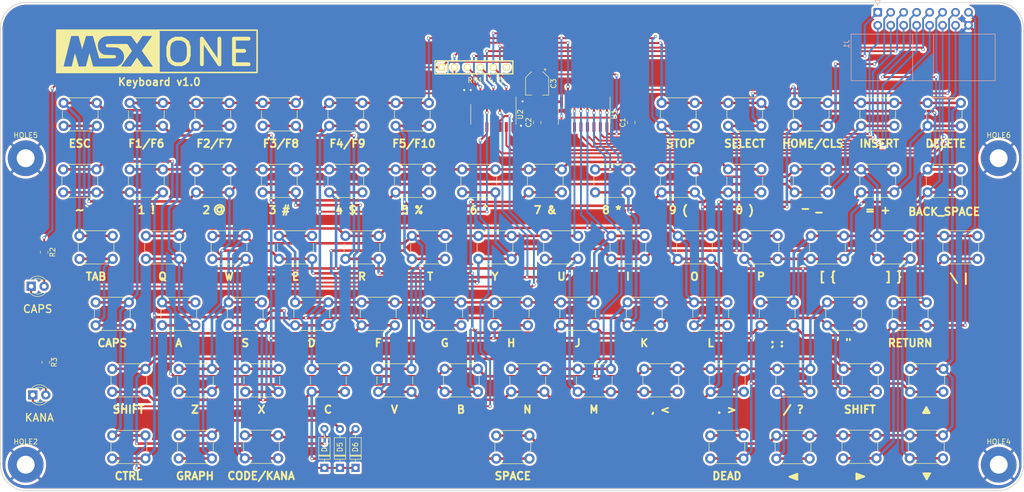
<source format=kicad_pcb>
(kicad_pcb (version 20211014) (generator pcbnew)
  (title_block (title "MSX-ONE Keyboard") (date "2025-01-12") (rev "1.0") (comment 1 "Derived from Omega Computer Keyboard by Sergey Kiselev "))
  (layers (0 "F.Cu" signal) (31 "B.Cu" signal) (34 "B.Paste" user) (35 "F.Paste" user) (36 "B.SilkS" user "B.Silkscreen") (37 "F.SilkS" user "F.Silkscreen") (38 "B.Mask" user) (39 "F.Mask" user) (44 "Edge.Cuts" user))
  (net 0 "")
  (net 1 "VCC")
  (net 2 "GND")
  (net 3 "/CAPS_LED")
  (net 5 "Net-(D4-Pad2)")
  (net 6 "Net-(D4-Pad1)")
  (net 7 "Net-(D5-Pad2)")
  (net 8 "Net-(D6-Pad2)")
  (net 9 "/COLUMN0")
  (net 10 "/COLUMN1")
  (net 11 "/ROW_A")
  (net 12 "/COLUMN2")
  (net 13 "/ROW_B")
  (net 14 "/COLUMN3")
  (net 15 "/ROW_C")
  (net 16 "/COLUMN4")
  (net 17 "/ROW_D")
  (net 18 "/COLUMN5")
  (net 19 "/COLUMN6")
  (net 20 "/COLUMN7")
  (net 21 "/ROW6_UNBUF")
  (net 22 "/ROW0")
  (net 23 "/ROW1")
  (net 24 "/ROW2")
  (net 25 "/ROW3")
  (net 26 "/ROW4")
  (net 27 "/ROW5")
  (net 28 "/ROW7")
  (net 29 "/ROW8")
  (net 30 "/COLUMN0_BUF")
  (net 31 "/COLUMN2_BUF")
  (net 32 "/COLUMN4_BUF")
  (net 33 "/CAPS_LED_BUFFERED")
  (net 34 "/D2+")
  (net 35 "/KANA_LED_BUFFERED")
  (net 36 "/D3+")
  (net 37 "/KANA_LED")
  (footprint "Button_Switch_THT:SW_PUSH_6mm_H8mm" (layer "F.Cu") (at 177.09 81.2525)
    (fp_text reference "SW1")
    (fp_text value "0 )")
  )
  (footprint "Button_Switch_THT:SW_PUSH_6mm_H8mm" (layer "F.Cu") (at 59.9325 81.2525)
    (fp_text reference "SW2")
    (fp_text value "1 !")
  )
  (footprint "Button_Switch_THT:SW_PUSH_6mm_H8mm" (layer "F.Cu") (at 72.95 81.2525)
    (fp_text reference "SW3")
    (fp_text value "2")
  )
  (footprint "Button_Switch_THT:SW_PUSH_6mm_H8mm" (layer "F.Cu") (at 85.9675 81.2525)
    (fp_text reference "SW4")
    (fp_text value "3 #")
  )
  (footprint "Button_Switch_THT:SW_PUSH_6mm_H8mm" (layer "F.Cu") (at 98.985 81.2525)
    (fp_text reference "SW5")
    (fp_text value "4 $")
  )
  (footprint "Button_Switch_THT:SW_PUSH_6mm_H8mm" (layer "F.Cu") (at 112.0025 81.2525)
    (fp_text reference "SW6")
    (fp_text value "5 %")
  )
  (footprint "Button_Switch_THT:SW_PUSH_6mm_H8mm" (layer "F.Cu") (at 125.02 81.2525)
    (fp_text reference "SW7")
    (fp_text value "6 ^")
  )
  (footprint "Button_Switch_THT:SW_PUSH_6mm_H8mm" (layer "F.Cu") (at 138.0375 81.2525)
    (fp_text reference "SW8")
    (fp_text value "7 &")
  )
  (footprint "Button_Switch_THT:SW_PUSH_6mm_H8mm" (layer "F.Cu") (at 151.055 81.2525)
    (fp_text reference "SW9")
    (fp_text value "8 *")
  )
  (footprint "Button_Switch_THT:SW_PUSH_6mm_H8mm" (layer "F.Cu") (at 164.0725 81.2525)
    (fp_text reference "SW10")
    (fp_text value "9 (")
  )
  (footprint "Button_Switch_THT:SW_PUSH_6mm_H8mm" (layer "F.Cu") (at 190.1075 81.2525)
    (fp_text reference "SW11")
    (fp_text value "- _")
  )
  (footprint "Button_Switch_THT:SW_PUSH_6mm_H8mm" (layer "F.Cu") (at 203.125 81.2525)
    (fp_text reference "SW12")
    (fp_text value "= +")
  )
  (footprint "Button_Switch_THT:SW_PUSH_6mm_H8mm" (layer "F.Cu") (at 219.3925 94.27)
    (fp_text reference "SW13")
    (fp_text value "\\ |")
  )
  (footprint "Button_Switch_THT:SW_PUSH_6mm_H8mm" (layer "F.Cu") (at 193.2825 94.27)
    (fp_text reference "SW14")
    (fp_text value "[ {")
  )
  (footprint "Button_Switch_THT:SW_PUSH_6mm_H8mm" (layer "F.Cu") (at 206.3 94.27)
    (fp_text reference "SW15")
    (fp_text value "] }")
  )
  (footprint "Button_Switch_THT:SW_PUSH_6mm_H8mm" (layer "F.Cu") (at 183.44 107.2875)
    (fp_text reference "SW16")
    (fp_text value "; :")
  )
  (footprint "Button_Switch_THT:SW_PUSH_6mm_H8mm" (layer "F.Cu") (at 196.4575 107.2875)
    (fp_text reference "SW17")
    (fp_text value "' \"")
  )
  (footprint "Button_Switch_THT:SW_PUSH_6mm_H8mm" (layer "F.Cu") (at 46.915 81.2525)
    (fp_text reference "SW18")
    (fp_text value "~`")
  )
  (footprint "Button_Switch_THT:SW_PUSH_6mm_H8mm" (layer "F.Cu") (at 160.655 120.305)
    (fp_text reference "SW19")
    (fp_text value ", <")
  )
  (footprint "Button_Switch_THT:SW_PUSH_6mm_H8mm" (layer "F.Cu") (at 173.6725 120.305)
    (fp_text reference "SW20")
    (fp_text value ". >")
  )
  (footprint "Button_Switch_THT:SW_PUSH_6mm_H8mm" (layer "F.Cu") (at 186.69 120.305)
    (fp_text reference "SW21")
    (fp_text value "/ ?")
  )
  (footprint "Button_Switch_THT:SW_PUSH_6mm_H8mm" (layer "F.Cu") (at 173.5975 133.35)
    (fp_text reference "SW22")
    (fp_text value "DEAD")
  )
  (footprint "Button_Switch_THT:SW_PUSH_6mm_H8mm" (layer "F.Cu") (at 66.2825 107.2875)
    (fp_text reference "SW23")
    (fp_text value "A")
  )
  (footprint "Button_Switch_THT:SW_PUSH_6mm_H8mm" (layer "F.Cu") (at 121.6025 120.305)
    (fp_text reference "SW24")
    (fp_text value "B")
  )
  (footprint "Button_Switch_THT:SW_PUSH_6mm_H8mm" (layer "F.Cu") (at 95.5675 120.305)
    (fp_text reference "SW25")
    (fp_text value "C")
  )
  (footprint "Button_Switch_THT:SW_PUSH_6mm_H8mm" (layer "F.Cu") (at 92.3175 107.2875)
    (fp_text reference "SW26")
    (fp_text value "D")
  )
  (footprint "Button_Switch_THT:SW_PUSH_6mm_H8mm" (layer "F.Cu") (at 89.1425 94.27)
    (fp_text reference "SW27")
    (fp_text value "E")
  )
  (footprint "Button_Switch_THT:SW_PUSH_6mm_H8mm" (layer "F.Cu") (at 105.335 107.2875)
    (fp_text reference "SW28")
    (fp_text value "F")
  )
  (footprint "Button_Switch_THT:SW_PUSH_6mm_H8mm" (layer "F.Cu") (at 118.3525 107.2875)
    (fp_text reference "SW29")
    (fp_text value "G")
  )
  (footprint "Button_Switch_THT:SW_PUSH_6mm_H8mm" (layer "F.Cu") (at 131.37 107.2875)
    (fp_text reference "SW30")
    (fp_text value "H")
  )
  (footprint "Button_Switch_THT:SW_PUSH_6mm_H8mm" (layer "F.Cu") (at 154.23 94.27)
    (fp_text reference "SW31")
    (fp_text value "I")
  )
  (footprint "Button_Switch_THT:SW_PUSH_6mm_H8mm" (layer "F.Cu") (at 144.3875 107.2875)
    (fp_text reference "SW32")
    (fp_text value "J")
  )
  (footprint "Button_Switch_THT:SW_PUSH_6mm_H8mm" (layer "F.Cu") (at 157.405 107.2875)
    (fp_text reference "SW33")
    (fp_text value "K")
  )
  (footprint "Button_Switch_THT:SW_PUSH_6mm_H8mm" (layer "F.Cu") (at 170.4225 107.2875)
    (fp_text reference "SW34")
    (fp_text value "L")
  )
  (footprint "Button_Switch_THT:SW_PUSH_6mm_H8mm" (layer "F.Cu") (at 147.6375 120.305)
    (fp_text reference "SW35")
    (fp_text value "M")
  )
  (footprint "Button_Switch_THT:SW_PUSH_6mm_H8mm" (layer "F.Cu") (at 134.62 120.305)
    (fp_text reference "SW36")
    (fp_text value "N")
  )
  (footprint "Button_Switch_THT:SW_PUSH_6mm_H8mm" (layer "F.Cu") (at 167.2475 94.27)
    (fp_text reference "SW37")
    (fp_text value "O")
  )
  (footprint "Button_Switch_THT:SW_PUSH_6mm_H8mm" (layer "F.Cu") (at 180.265 94.27)
    (fp_text reference "SW38")
    (fp_text value "P")
  )
  (footprint "Button_Switch_THT:SW_PUSH_6mm_H8mm" (layer "F.Cu") (at 63.1075 94.27)
    (fp_text reference "SW39")
    (fp_text value "Q")
  )
  (footprint "Button_Switch_THT:SW_PUSH_6mm_H8mm" (layer "F.Cu") (at 102.16 94.27)
    (fp_text reference "SW40")
    (fp_text value "R")
  )
  (footprint "Button_Switch_THT:SW_PUSH_6mm_H8mm" (layer "F.Cu") (at 79.3 107.2875)
    (fp_text reference "SW41")
    (fp_text value "S")
  )
  (footprint "Button_Switch_THT:SW_PUSH_6mm_H8mm" (layer "F.Cu") (at 115.1775 94.27)
    (fp_text reference "SW42")
    (fp_text value "T")
  )
  (footprint "Button_Switch_THT:SW_PUSH_6mm_H8mm" (layer "F.Cu") (at 141.2125 94.27)
    (fp_text reference "SW43")
    (fp_text value "U")
  )
  (footprint "Button_Switch_THT:SW_PUSH_6mm_H8mm" (layer "F.Cu") (at 108.585 120.305)
    (fp_text reference "SW44")
    (fp_text value "V")
  )
  (footprint "Button_Switch_THT:SW_PUSH_6mm_H8mm" (layer "F.Cu") (at 76.125 94.27)
    (fp_text reference "SW45")
    (fp_text value "W")
  )
  (footprint "Button_Switch_THT:SW_PUSH_6mm_H8mm" (layer "F.Cu") (at 82.55 120.305)
    (fp_text reference "SW46")
    (fp_text value "X")
  )
  (footprint "Button_Switch_THT:SW_PUSH_6mm_H8mm" (layer "F.Cu") (at 128.195 94.27)
    (fp_text reference "SW47")
    (fp_text value "Y")
  )
  (footprint "Button_Switch_THT:SW_PUSH_6mm_H8mm" (layer "F.Cu") (at 69.5325 120.305)
    (fp_text reference "SW48")
    (fp_text value "Z")
  )
  (footprint "Button_Switch_THT:SW_PUSH_6mm_H8mm" (layer "F.Cu") (at 56.515 120.305)
    (fp_text reference "SW49")
    (fp_text value "SHIFT")
  )
  (footprint "Button_Switch_THT:SW_PUSH_6mm_H8mm" (layer "F.Cu") (at 56.515 133.35)
    (fp_text reference "SW50")
    (fp_text value "CTRL")
  )
  (footprint "Button_Switch_THT:SW_PUSH_6mm_H8mm" (layer "F.Cu") (at 69.5325 133.35)
    (fp_text reference "SW51")
    (fp_text value "GRAPH")
  )
  (footprint "Button_Switch_THT:SW_PUSH_6mm_H8mm" (layer "F.Cu") (at 53.265 107.2875)
    (fp_text reference "SW52")
    (fp_text value "CAPS")
  )
  (footprint "Button_Switch_THT:SW_PUSH_6mm_H8mm" (layer "F.Cu") (at 82.475 133.3225)
    (fp_text reference "SW53")
    (fp_text value "CODE/KANA")
  )
  (footprint "Button_Switch_THT:SW_PUSH_6mm_H8mm" (layer "F.Cu") (at 59.9325 68.235)
    (fp_text reference "SW54")
    (fp_text value "F1/F6")
  )
  (footprint "Button_Switch_THT:SW_PUSH_6mm_H8mm" (layer "F.Cu") (at 72.95 68.235)
    (fp_text reference "SW55")
    (fp_text value "F2/F7")
  )
  (footprint "Button_Switch_THT:SW_PUSH_6mm_H8mm" (layer "F.Cu") (at 85.9675 68.235)
    (fp_text reference "SW56")
    (fp_text value "F3/F8")
  )
  (footprint "Button_Switch_THT:SW_PUSH_6mm_H8mm" (layer "F.Cu") (at 98.985 68.235)
    (fp_text reference "SW57")
    (fp_text value "F4/F9")
  )
  (footprint "Button_Switch_THT:SW_PUSH_6mm_H8mm" (layer "F.Cu") (at 112.0025 68.235)
    (fp_text reference "SW58")
    (fp_text value "F5/F10")
  )
  (footprint "Button_Switch_THT:SW_PUSH_6mm_H8mm" (layer "F.Cu") (at 46.99 68.235)
    (fp_text reference "SW59")
    (fp_text value "ESC")
  )
  (footprint "Button_Switch_THT:SW_PUSH_6mm_H8mm" (layer "F.Cu") (at 50.09 94.27)
    (fp_text reference "SW60")
    (fp_text value "TAB")
  )
  (footprint "Button_Switch_THT:SW_PUSH_6mm_H8mm" (layer "F.Cu") (at 164.0725 68.235)
    (fp_text reference "SW61")
    (fp_text value "STOP")
  )
  (footprint "Button_Switch_THT:SW_PUSH_6mm_H8mm" (layer "F.Cu") (at 216.1425 81.2525)
    (fp_text reference "SW62")
    (fp_text value "BACK_SPACE")
  )
  (footprint "Button_Switch_THT:SW_PUSH_6mm_H8mm" (layer "F.Cu") (at 209.475 107.2875)
    (fp_text reference "SW64")
    (fp_text value "RETURN")
  )
  (footprint "Button_Switch_THT:SW_PUSH_6mm_H8mm" (layer "F.Cu") (at 131.6875 133.3775)
    (fp_text reference "SW65")
    (fp_text value "SPACE")
  )
  (footprint "Button_Switch_THT:SW_PUSH_6mm_H8mm" (layer "F.Cu") (at 190.1075 68.235)
    (fp_text reference "SW66")
    (fp_text value "HOME/CLS")
  )
  (footprint "Button_Switch_THT:SW_PUSH_6mm_H8mm" (layer "F.Cu") (at 203.125 68.235)
    (fp_text reference "SW67")
    (fp_text value "INSERT")
  )
  (footprint "Button_Switch_THT:SW_PUSH_6mm_H8mm" (layer "F.Cu") (at 216.1425 68.235)
    (fp_text reference "SW68")
    (fp_text value "DELETE")
  )
  (footprint "Button_Switch_THT:SW_PUSH_6mm_H8mm" (layer "F.Cu") (at 186.54 133.3775)
    (fp_text reference "SW69")
    (fp_text value "◄")
  )
  (footprint "Button_Switch_THT:SW_PUSH_6mm_H8mm" (layer "F.Cu") (at 212.725 120.305)
    (fp_text reference "SW70")
    (fp_text value "▲")
  )
  (footprint "Button_Switch_THT:SW_PUSH_6mm_H8mm" (layer "F.Cu") (at 212.65 133.3225)
    (fp_text reference "SW71")
    (fp_text value "▼")
  )
  (footprint "Button_Switch_THT:SW_PUSH_6mm_H8mm" (layer "F.Cu") (at 199.6325 133.3225)
    (fp_text reference "SW72")
    (fp_text value "►")
  )
  (footprint "Button_Switch_THT:SW_PUSH_6mm_H8mm" (layer "F.Cu") (at 177.09 68.235)
    (fp_text reference "SW63")
    (fp_text value "SELECT")
  )
  (footprint "Button_Switch_THT:SW_PUSH_6mm_H8mm" (layer "F.Cu") (at 199.7075 120.305)
    (fp_text reference "SW73")
    (fp_text value "SHIFT")
  )
  (footprint "Capacitor_SMD:C_0805_2012Metric_Pad1.18x1.45mm_HandSolder" (layer "F.Cu") (at 158.115 72.0725 90)
    (fp_text reference "C1")
    (fp_text value "0.1uF")
  )
  (footprint "Capacitor_SMD:CP_Elec_4x5.7" (layer "F.Cu") (at 139.7 64.4525 -90)
    (fp_text reference "C3")
    (fp_text value "10uF")
  )
  (footprint "Diode_THT:D_DO-35_SOD27_P7.62mm_Horizontal" (layer "F.Cu") (at 98.044 139.7 90)
    (fp_text reference "D4")
    (fp_text value "1N4148" hide)
  )
  (footprint "Diode_THT:D_DO-35_SOD27_P7.62mm_Horizontal" (layer "F.Cu") (at 101.092 139.7 90)
    (fp_text reference "D5")
    (fp_text value "1N4148" hide)
  )
  (footprint "Diode_THT:D_DO-35_SOD27_P7.62mm_Horizontal" (layer "F.Cu") (at 104.14 139.7 90)
    (fp_text reference "D6")
    (fp_text value "1N4148" hide)
  )
  (footprint "Resistor_SMD:R_0805_2012Metric_Pad1.20x1.40mm_HandSolder" (layer "F.Cu") (at 43.18 97.4725 -90)
    (fp_text reference "R2")
    (fp_text value "470")
  )
  (footprint "Package_SO:SOIC-16_3.9x9.9mm_P1.27mm" (layer "F.Cu") (at 148.9075 70.485 -90)
    (fp_text reference "U1")
    (fp_text value "74LS145")
  )
  (footprint "Package_SO:SOIC-14_3.9x8.7mm_P1.27mm" (layer "F.Cu") (at 131.1275 70.485 -90)
    (fp_text reference "U2")
    (fp_text value "74LS07")
  )
  (footprint "LED_THT:LED_D3.0mm" (layer "F.Cu") (at 40.9525 125.4125)
    (fp_text reference "D3")
    (fp_text value "KANA")
  )
  (footprint "Resistor_SMD:R_0805_2012Metric_Pad1.20x1.40mm_HandSolder" (layer "F.Cu") (at 43.4975 119.015 -90)
    (fp_text reference "R3")
    (fp_text value "470")
  )
  (footprint "LED_THT:LED_D3.0mm" (layer "F.Cu") (at 40.635 104.14)
    (fp_text reference "D2")
    (fp_text value "CAPS")
  )
  (footprint "My_Components:Conn_SIL6" (layer "F.Cu") (at 127.3175 61.2775)
    (fp_text reference "RN1")
    (fp_text value "4.7k")
  )
  (footprint "MountingHole:MountingHole_3.5mm_Pad" (layer "F.Cu") (at 230.0673 139.0725)
    (fp_text reference "HOLE4")
    (fp_text value "Hole")
  )
  (footprint "MountingHole:MountingHole_3.5mm_Pad" (layer "F.Cu") (at 230.0573 79.065)
    (fp_text reference "HOLE6")
    (fp_text value "Hole")
  )
  (footprint "Capacitor_SMD:C_0805_2012Metric_Pad1.18x1.45mm_HandSolder" (layer "F.Cu") (at 139.7 72.0725 90)
    (fp_text reference "C2")
    (fp_text value "0.1uF")
  )
  (footprint "MountingHole:MountingHole_3.5mm_Pad" (layer "F.Cu") (at 39.5673 139.0725)
    (fp_text reference "HOLE2")
    (fp_text value "Hole")
  )
  (footprint "MyParts:MSX-Logo" (layer "F.Cu") (at 65.405 58.1025)
    (fp_text reference "G***")
    (fp_text value "LOGO" hide)
  )
  (footprint "MountingHole:MountingHole_3.5mm_Pad" (layer "F.Cu") (at 39.5573 79.065)
    (fp_text reference "HOLE5")
    (fp_text value "Hole")
  )
  (footprint "Connector_IDC:IDC-Header_2x08_P2.54mm_Horizontal" (layer "B.Cu") (at 206.375 50.5 -90)
    (fp_text reference "J1")
    (fp_text value "KEYBOARD")
  )
  (gr_arc locked (start 39.6875 144.145) (mid 36.095398 142.657102) (end 34.6075 139.065) (layer "Edge.Cuts") (width 0.15))
  (gr_line locked (start 229.87 48.5775) (end 39.6875 48.5775) (layer "Edge.Cuts") (width 0.15))
  (gr_arc locked (start 229.87 48.5775) (mid 233.462102 50.065398) (end 234.95 53.6575) (layer "Edge.Cuts") (width 0.15))
  (gr_arc locked (start 234.95 139.065) (mid 233.462102 142.657102) (end 229.87 144.145) (layer "Edge.Cuts") (width 0.15))
  (gr_arc locked (start 34.6075 53.6575) (mid 36.095398 50.065398) (end 39.6875 48.5775) (layer "Edge.Cuts") (width 0.15))
  (gr_line locked (start 234.95 139.065) (end 234.95 53.6575) (layer "Edge.Cuts") (width 0.15))
  (gr_line locked (start 34.6075 53.6575) (end 34.6075 139.065) (layer "Edge.Cuts") (width 0.15))
  (gr_line locked (start 39.6875 144.145) (end 229.87 144.145) (layer "Edge.Cuts") (width 0.15))
  (gr_text "Keyboard v1.0" (at 65.7225 64.135) (layer "F.SilkS") (effects (font (size 1.5 1.5) (thickness 0.3))))
  (gr_text "@" (at 77.47 88.9) (layer "F.SilkS") (effects (font (size 2 2) (thickness 0.35))))
  (segment (start 120.9675 61.2775) (end 122.0535 60.1915) (width 0.375) (layer "F.Cu") (net 1))
  (segment (start 158.115 73.11) (end 158.115 74.295) (width 0.375) (layer "F.Cu") (net 1))
  (segment (start 41.9575 96.4725) (end 43.18 96.4725) (width 0.375) (layer "F.Cu") (net 1))
  (segment (start 122.0535 60.1915) (end 137.239 60.1915) (width 0.375) (layer "F.Cu") (net 1))
  (segment (start 48.895 61.2775) (end 44.7675 65.405) (width 0.375) (layer "F.Cu") (net 1))
  (segment (start 139.3825 74.295) (end 139.7 73.9775) (width 0.375) (layer "F.Cu") (net 1))
  (segment (start 155.2575 74.295) (end 153.67 74.295) (width 0.375) (layer "F.Cu") (net 1))
  (segment (start 134.9375 73.9775) (end 135.255 74.295) (width 0.375) (layer "F.Cu") (net 1))
  (segment (start 141.3925 72.285) (end 141.3925 62.6525) (width 0.375) (layer "F.Cu") (net 1))
  (segment (start 134.9375 72.96) (end 134.9375 73.9775) (width 0.375) (layer "F.Cu") (net 1))
  (segment (start 139.7 73.9775) (end 139.7 73.11) (width 0.375) (layer "F.Cu") (net 1))
  (segment (start 141.3925 62.6525) (end 155.045 62.6525) (width 0.375) (layer "F.Cu") (net 1))
  (segment (start 135.255 74.295) (end 139.3825 74.295) (width 0.375) (layer "F.Cu") (net 1))
  (segment (start 38.4175 112.935) (end 38.4175 100.0125) (width 0.375) (layer "F.Cu") (net 1))
  (segment (start 137.239 60.1915) (end 139.7 62.6525) (width 0.375) (layer "F.Cu") (net 1))
  (segment (start 43.4975 118.015) (end 38.4175 112.935) (width 0.375) (layer "F.Cu") (net 1))
  (segment (start 153.67 74.295) (end 153.3525 73.9775) (width 0.375) (layer "F.Cu") (net 1))
  (segment (start 153.3525 73.9775) (end 153.3525 72.96) (width 0.375) (layer "F.Cu") (net 1))
  (segment (start 204.7875 74.295) (end 158.115 74.295) (width 0.375) (layer "F.Cu") (net 1))
  (segment (start 139.7 62.6525) (end 141.3925 62.6525) (width 0.375) (layer "F.Cu") (net 1))
  (segment (start 43.18 94.615) (end 43.18 96.4725) (width 0.375) (layer "F.Cu") (net 1))
  (segment (start 140.5675 73.11) (end 141.3925 72.285) (width 0.375) (layer "F.Cu") (net 1))
  (segment (start 139.7 73.11) (end 140.5675 73.11) (width 0.375) (layer "F.Cu") (net 1))
  (segment (start 120.9675 61.2775) (end 48.895 61.2775) (width 0.375) (layer "F.Cu") (net 1))
  (segment (start 38.4175 100.0125) (end 41.9575 96.4725) (width 0.375) (layer "F.Cu") (net 1))
  (segment (start 158.115 74.295) (end 155.2575 74.295) (width 0.375) (layer "F.Cu") (net 1))
  (segment (start 155.045 62.6525) (end 155.2575 62.865) (width 0.375) (layer "F.Cu") (net 1))
  (via (at 44.7675 65.405) (size 0.6) (drill 0.4) (layers "F.Cu" "B.Cu") (net 1))
  (via (at 155.2575 74.295) (size 0.6) (drill 0.4) (layers "F.Cu" "B.Cu") (net 1))
  (via (at 204.7875 74.295) (size 0.6) (drill 0.4) (layers "F.Cu" "B.Cu") (net 1))
  (via (at 43.18 94.615) (size 0.6) (drill 0.4) (layers "F.Cu" "B.Cu") (net 1))
  (via (at 155.2575 62.865) (size 0.6) (drill 0.4) (layers "F.Cu" "B.Cu") (net 1))
  (segment (start 155.2575 62.865) (end 155.2575 74.295) (width 0.375) (layer "B.Cu") (net 1))
  (segment (start 206.375 53.04) (end 206.375 56.515) (width 0.375) (layer "B.Cu") (net 1))
  (segment (start 44.7675 65.405) (end 44.7675 93.0275) (width 0.375) (layer "B.Cu") (net 1))
  (segment (start 204.7875 58.1025) (end 204.7875 74.295) (width 0.375) (layer "B.Cu") (net 1))
  (segment (start 206.375 56.515) (end 204.7875 58.1025) (width 0.375) (layer "B.Cu") (net 1))
  (segment (start 44.7675 93.0275) (end 43.18 94.615) (width 0.375) (layer "B.Cu") (net 1))
  (via (at 126.6825 65.7225) (size 0.6) (drill 0.4) (layers "F.Cu" "B.Cu") (net 2))
  (via (at 136.525 72.7075) (size 0.6) (drill 0.4) (layers "F.Cu" "B.Cu") (net 2))
  (via (at 125.4125 65.7225) (size 0.6) (drill 0.4) (layers "F.Cu" "B.Cu") (net 2))
  (via (at 136.8425 67.945) (size 0.6) (drill 0.4) (layers "F.Cu" "B.Cu") (net 2))
  (segment (start 216.8 77.5225) (end 206.745 77.5225) (width 0.375) (layer "F.Cu") (net 3))
  (segment (start 206.745 77.5225) (end 206.6925 77.47) (width 0.375) (layer "F.Cu") (net 3))
  (segment (start 133.6675 76.5175) (end 133.6675 72.96) (width 0.375) (layer "F.Cu") (net 3))
  (segment (start 206.6925 77.47) (end 134.62 77.47) (width 0.375) (layer "F.Cu") (net 3))
  (segment (start 219.3925 74.93) (end 216.8 77.5225) (width 0.375) (layer "F.Cu") (net 3))
  (segment (start 134.62 77.47) (end 133.6675 76.5175) (width 0.375) (layer "F.Cu") (net 3))
  (via (at 219.3925 74.93) (size 0.6) (drill 0.4) (layers "F.Cu" "B.Cu") (net 3))
  (segment (start 219.075 74.6125) (end 219.3925 74.93) (width 0.375) (layer "B.Cu") (net 3))
  (segment (start 219.075 53.04) (end 219.075 74.6125) (width 0.375) (layer "B.Cu") (net 3))
  (segment (start 56.515 120.305) (end 63.015 120.305) (width 0.5) (layer "F.Cu") (net 5))
  (segment (start 64.971418 118.348582) (end 197.751082 118.348582) (width 0.5) (layer "F.Cu") (net 5))
  (segment (start 197.751082 118.348582) (end 199.7075 120.305) (width 0.5) (layer "F.Cu") (net 5))
  (segment (start 61.2775 134.9375) (end 98.1075 134.9375) (width 0.5) (layer "F.Cu") (net 5))
  (segment (start 63.015 120.305) (end 64.971418 118.348582) (width 0.5) (layer "F.Cu") (net 5))
  (segment (start 199.7075 120.305) (end 206.2075 120.305) (width 0.5) (layer "F.Cu") (net 5))
  (via (at 61.2775 134.9375) (size 0.6) (drill 0.4) (layers "F.Cu" "B.Cu") (net 5))
  (via (at 98.1075 134.9375) (size 0.6) (drill 0.4) (layers "F.Cu" "B.Cu") (net 5))
  (segment (start 61.2775 122.0425) (end 61.2775 134.9375) (width 0.5) (layer "B.Cu") (net 5))
  (segment (start 98.1075 134.9375) (end 98.1075 132.1435) (width 0.5) (layer "B.Cu") (net 5))
  (segment (start 98.1075 132.1435) (end 98.044 132.08) (width 0.5) (layer "B.Cu") (net 5))
  (segment (start 63.015 120.305) (end 61.2775 122.0425) (width 0.5) (layer "B.Cu") (net 5))
  (segment (start 85.9675 68.235) (end 92.4675 68.235) (width 0.5) (layer "F.Cu") (net 6))
  (segment (start 53.265 107.2875) (end 59.765 107.2875) (width 0.5) (layer "F.Cu") (net 6))
  (segment (start 72.95 68.235) (end 79.45 68.235) (width 0.5) (layer "F.Cu") (net 6))
  (segment (start 126.305 70.7425) (end 121.92 66.3575) (width 0.375) (layer "F.Cu") (net 6))
  (segment (start 94.345 66.3575) (end 92.4675 68.235) (width 0.375) (layer "F.Cu") (net 6))
  (segment (start 127.3175 71.12) (end 126.94 70.7425) (width 0.375) (layer "F.Cu") (net 6))
  (segment (start 72.95 68.235) (end 66.4325 68.235) (width 0.5) (layer "F.Cu") (net 6))
  (segment (start 121.92 66.3575) (end 94.345 66.3575) (width 0.375) (layer "F.Cu") (net 6))
  (segment (start 126.94 70.7425) (end 126.305 70.7425) (width 0.375) (layer "F.Cu") (net 6))
  (segment (start 101.092 139.7) (end 98.044 139.7) (width 0.375) (layer "F.Cu") (net 6))
  (segment (start 98.044 139.7) (end 61.2775 139.7) (width 0.375) (layer "F.Cu") (net 6))
  (segment (start 59.9325 68.235) (end 66.4325 68.235) (width 0.5) (layer "F.Cu") (net 6))
  (segment locked (start 56.515 133.35) (end 63.015 133.35) (width 0.5) (layer "F.Cu") (net 6))
  (segment (start 104.14 139.7) (end 101.092 139.7) (width 0.375) (layer "F.Cu") (net 6))
  (segment (start 127.3175 72.96) (end 127.3175 71.12) (width 0.375) (layer "F.Cu") (net 6))
  (segment (start 85.9675 68.235) (end 79.45 68.235) (width 0.5) (layer "F.Cu") (net 6))
  (via (at 61.2775 139.7) (size 0.6) (drill 0.4) (layers "F.Cu" "B.Cu") (net 6))
  (segment (start 63.015 135.4225) (end 63.015 133.35) (width 0.375) (layer "B.Cu") (net 6))
  (segment (start 61.2775 139.7) (end 61.2775 137.16) (width 0.375) (layer "B.Cu") (net 6))
  (segment (start 56.515 133.35) (end 58.1025 131.7625) (width 0.5) (layer "B.Cu") (net 6))
  (segment (start 58.1025 108.95) (end 59.765 107.2875) (width 0.5) (layer "B.Cu") (net 6))
  (segment (start 61.3825 69.685) (end 59.9325 68.235) (width 0.5) (layer "B.Cu") (net 6))
  (segment (start 61.2775 137.16) (end 63.015 135.4225) (width 0.375) (layer "B.Cu") (net 6))
  (segment (start 58.1025 131.7625) (end 58.1025 108.95) (width 0.5) (layer "B.Cu") (net 6))
  (segment (start 61.3825 105.67) (end 61.3825 69.685) (width 0.5) (layer "B.Cu") (net 6))
  (segment (start 59.765 107.2875) (end 61.3825 105.67) (width 0.5) (layer "B.Cu") (net 6))
  (segment (start 99.409846 130.397846) (end 101.092 132.08) (width 0.5) (layer "F.Cu") (net 7))
  (segment (start 76.0325 133.35) (end 78.984654 130.397846) (width 0.5) (layer "F.Cu") (net 7))
  (segment (start 78.984654 130.397846) (end 99.409846 130.397846) (width 0.5) (layer "F.Cu") (net 7))
  (segment locked (start 69.5325 133.35) (end 76.0325 133.35) (width 0.5) (layer "F.Cu") (net 7))
  (segment (start 88.975 133.3225) (end 89.32 133.6675) (width 0.5) (layer "F.Cu") (net 8))
  (segment (start 82.475 133.3225) (end 88.975 133.3225) (width 0.5) (layer "F.Cu") (net 8))
  (segment (start 89.32 133.6675) (end 102.5525 133.6675) (width 0.5) (layer "F.Cu") (net 8))
  (segment (start 102.5525 133.6675) (end 104.14 132.08) (width 0.5) (layer "F.Cu") (net 8))
  (segment (start 79.3 111.7875) (end 85.8 111.7875) (width 0.5) (layer "F.Cu") (net 9))
  (segment (start 94.45 110.3375) (end 87.25 110.3375) (width 0.5) (layer "F.Cu") (net 9))
  (segment (start 129.8575 68.01) (end 129.8575 70.1675) (width 0.375) (layer "F.Cu") (net 9))
  (segment (start 158.2525 89.08) (end 162.0625 89.08) (width 0.5) (layer "F.Cu") (net 9))
  (segment (start 172.4025 87.63) (end 174.28 85.7525) (width 0.5) (layer "F.Cu") (net 9))
  (segment (start 174.28 85.7525) (end 177.09 85.7525) (width 0.5) (layer "F.Cu") (net 9))
  (segment (start 95.5675 124.805) (end 94.0075 126.365) (width 0.5) (layer "F.Cu") (net 9))
  (segment (start 151.055 85.7525) (end 157.555 85.7525) (width 0.5) (layer "F.Cu") (net 9))
  (segment (start 195.0075 110.3375) (end 165.355 110.3375) (width 0.5) (layer "F.Cu") (net 9))
  (segment (start 87.25 110.3375) (end 85.8 111.7875) (width 0.5) (layer "F.Cu") (net 9))
  (segment (start 163.5125 87.63) (end 172.4025 87.63) (width 0.5) (layer "F.Cu") (net 9))
  (segment (start 157.7975 89.535) (end 158.2525 89.08) (width 0.5) (layer "F.Cu") (net 9))
  (segment (start 199.7075 124.805) (end 206.2075 124.805) (width 0.5) (layer "F.Cu") (net 9))
  (segment (start 56.515 124.805) (end 63.015 124.805) (width 0.5) (layer "F.Cu") (net 9))
  (segment (start 165.355 110.3375) (end 163.905 111.7875) (width 0.5) (layer "F.Cu") (net 9))
  (segment (start 177.09 85.7525) (end 183.59 85.7525) (width 0.5) (layer "F.Cu") (net 9))
  (segment (start 131.6875 137.8775) (end 138.1875 137.8775) (width 0.5) (layer "F.Cu") (net 9))
  (segment (start 98.985 72.735) (end 105.485 72.735) (width 0.5) (layer "F.Cu") (net 9))
  (segment (start 157.405 111.7875) (end 163.905 111.7875) (width 0.5) (layer "F.Cu") (net 9))
  (segment (start 129.8575 68.01) (end 129.8575 65.0875) (width 0.375) (layer "F.Cu") (net 9))
  (segment (start 162.0625 89.08) (end 163.5125 87.63) (width 0.5) (layer "F.Cu") (net 9))
  (segment (start 155.955 110.3375) (end 94.45 110.3375) (width 0.5) (layer "F.Cu") (net 9))
  (segment (start 94.0075 126.365) (end 86.0425 126.365) (width 0.5) (layer "F.Cu") (net 9))
  (segment (start 196.4575 111.7875) (end 195.0075 110.3375) (width 0.5) (layer "F.Cu") (net 9))
  (segment (start 95.5675 124.805) (end 102.0675 124.805) (width 0.5) (layer "F.Cu") (net 9))
  (segment (start 157.405 111.7875) (end 155.955 110.3375) (width 0.5) (layer "F.Cu") (net 9))
  (segment (start 86.0425 126.365) (end 64.575 126.365) (width 0.5) (layer "F.Cu") (net 9))
  (segment (start 129.8575 65.0875) (end 126.0475 61.2775) (width 0.375) (layer "F.Cu") (net 9))
  (segment (start 64.575 126.365) (end 63.015 124.805) (width 0.5) (layer "F.Cu") (net 9))
  (segment (start 196.4575 111.7875) (end 202.9575 111.7875) (width 0.5) (layer "F.Cu") (net 9))
  (segment (start 129.8575 89.535) (end 97.155 89.535) (width 0.375) (layer "F.Cu") (net 9))
  (segment (start 131.6875 137.8775) (end 95.65 137.8775) (width 0.5) (layer "F.Cu") (net 9))
  (via (at 86.0425 126.365) (size 0.6) (drill 0.4) (layers "F.Cu" "B.Cu") (net 9))
  (via (at 129.8575 70.1675) (size 0.6) (drill 0.4) (layers "F.Cu" "B.Cu") (net 9))
  (via (at 95.65 137.8775) (size 0.6) (drill 0.4) (layers "F.Cu" "B.Cu") (net 9))
  (via (at 97.155 89.535) (size 0.6) (drill 0.4) (layers "F.Cu" "B.Cu") (net 9))
  (via (at 157.7975 89.535) (size 0.6) (drill 0.4) (layers "F.Cu" "B.Cu") (net 9))
  (via (at 129.8575 89.535) (size 0.6) (drill 0.4) (layers "F.Cu" "B.Cu") (net 9))
  (via (at 94.45 110.3375) (size 0.6) (drill 0.4) (layers "F.Cu" "B.Cu") (net 9))
  (segment (start 86.0425 126.365) (end 85.8 126.1225) (width 0.5) (layer "B.Cu") (net 9))
  (segment (start 199.7075 124.805) (end 198.12 123.2175) (width 0.5) (layer "B.Cu") (net 9))
  (segment (start 157.555 85.7525) (end 157.555 89.2925) (width 0.5) (layer "B.Cu") (net 9))
  (segment (start 159.0675 90.805) (end 157.7975 89.535) (width 0.5) (layer "B.Cu") (net 9))
  (segment (start 198.12 123.2175) (end 198.12 113.45) (width 0.5) (layer "B.Cu") (net 9))
  (segment (start 97.155 107.6325) (end 97.155 89.535) (width 0.5) (layer "B.Cu") (net 9))
  (segment (start 95.65 137.8775) (end 95.5675 137.795) (width 0.5) (layer "B.Cu") (net 9))
  (segment (start 97.155 74.565) (end 98.985 72.735) (width 0.5) (layer "B.Cu") (net 9))
  (segment (start 85.8 126.1225) (end 85.8 111.7875) (width 0.5) (layer "B.Cu") (net 9))
  (segment (start 198.12 113.45) (end 196.4575 111.7875) (width 0.5) (layer "B.Cu") (net 9))
  (segment (start 95.5675 137.795) (end 95.5675 124.805) (width 0.5) (layer "B.Cu") (net 9))
  (segment (start 129.8575 70.1675) (end 129.8575 89.535) (width 0.375) (layer "B.Cu") (net 9))
  (segment (start 157.555 89.2925) (end 157.7975 89.535) (width 0.5) (layer "B.Cu") (net 9))
  (segment (start 157.405 111.7875) (end 159.0675 110.125) (width 0.5) (layer "B.Cu") (net 9))
  (segment (start 97.155 89.535) (end 97.155 74.565) (width 0.5) (layer "B.Cu") (net 9))
  (segment (start 159.0675 110.125) (end 159.0675 90.805) (width 0.5) (layer "B.Cu") (net 9))
  (segment (start 94.45 110.3375) (end 97.155 107.6325) (width 0.5) (layer "B.Cu") (net 9))
  (segment (start 85.725 110.1725) (end 86.36 110.1725) (width 0.5) (layer "F.Cu") (net 10))
  (segment (start 64.77 109.855) (end 65.0875 110.1725) (width 0.5) (layer "F.Cu") (net 10))
  (segment (start 53.415 85.7525) (end 59.9325 85.7525) (width 0.5) (layer "F.Cu") (net 10))
  (segment (start 112.0025 72.735) (end 118.5025 72.735) (width 0.5) (layer "F.Cu") (net 10))
  (segment (start 114.54 88.38) (end 161.445 88.38) (width 0.5) (layer "F.Cu") (net 10))
  (segment (start 86.36 110.1725) (end 86.995 109.5375) (width 0.5) (layer "F.Cu") (net 10))
  (segment (start 113.7275 87.5675) (end 114.54 88.38) (width 0.5) (layer "F.Cu") (net 10))
  (segment (start 188.595 88.5825) (end 172.085 88.5825) (width 0.5) (layer "F.Cu") (net 10))
  (segment (start 59.9325 85.7525) (end 66.4325 85.7525) (width 0.5) (layer "F.Cu") (net 10))
  (segment (start 115.1775 98.77) (end 121.6775 98.77) (width 0.5) (layer "F.Cu") (net 10))
  (segment (start 113.5625 97.155) (end 115.1775 98.77) (width 0.5) (layer "F.Cu") (net 10))
  (segment (start 46.915 85.7525) (end 53.415 85.7525) (width 0.5) (layer "F.Cu") (net 10))
  (segment (start 205.74 60.6425) (end 198.12 60.6425) (width 0.375) (layer "F.Cu") (net 10))
  (segment (start 92.3175 111.7875) (end 98.8175 111.7875) (width 0.5) (layer "F.Cu") (net 10))
  (segment (start 164.0725 85.7525) (end 170.5725 85.7525) (width 0.5) (layer "F.Cu") (net 10))
  (segment (start 87.63 108.9025) (end 90.17 108.9025) (width 0.5) (layer "F.Cu") (net 10))
  (segment (start 65.0875 110.1725) (end 85.725 110.1725) (width 0.5) (layer "F.Cu") (net 10))
  (segment locked (start 56.515 137.85) (end 63.015 137.85) (width 0.5) (layer "F.Cu") (net 10))
  (segment (start 99.3775 97.155) (end 113.5625 97.155) (width 0.5) (layer "F.Cu") (net 10))
  (segment (start 170.4225 111.7875) (end 176.9225 111.7875) (width 0.5) (layer "F.Cu") (net 10))
  (segment (start 190.1075 72.735) (end 196.6075 72.735) (width 0.5) (layer "F.Cu") (net 10))
  (segment (start 161.445 88.38) (end 164.0725 85.7525) (width 0.5) (layer "F.Cu") (net 10))
  (segment (start 86.995 109.5375) (end 87.63 108.9025) (width 0.5) (layer "F.Cu") (net 10))
  (via (at 198.12 60.6425) (size 0.6) (drill 0.4) (layers "F.Cu" "B.Cu") (net 10))
  (via (at 205.74 60.6425) (size 0.6) (drill 0.4) (layers "F.Cu" "B.Cu") (net 10))
  (via (at 113.7275 87.5675) (size 0.6) (drill 0.4) (layers "F.Cu" "B.Cu") (net 10))
  (via (at 64.77 109.855) (size 0.6) (drill 0.4) (layers "F.Cu" "B.Cu") (net 10))
  (via (at 172.085 88.5825) (size 0.6) (drill 0.4) (layers "F.Cu" "B.Cu") (net 10))
  (via (at 188.595 88.5825) (size 0.6) (drill 0.4) (layers "F.Cu" "B.Cu") (net 10))
  (via (at 90.17 108.9025) (size 0.6) (drill 0.4) (layers "F.Cu" "B.Cu") (net 10))
  (via (at 99.3775 97.155) (size 0.6) (drill 0.4) (layers "F.Cu" "B.Cu") (net 10))
  (segment (start 113.7275 74.46) (end 112.0025 72.735) (width 0.5) (layer "B.Cu") (net 10))
  (segment (start 91.15 111.7875) (end 90.17 110.8075) (width 0.5) (layer "B.Cu") (net 10))
  (segment (start 207.645 58.7375) (end 207.645 51.77) (width 0.375) (layer "B.Cu") (net 10))
  (segment (start 198.12 71.2225) (end 198.12 60.6425) (width 0.5) (layer "B.Cu") (net 10))
  (segment (start 205.74 60.6425) (end 207.645 58.7375) (width 0.375) (layer "B.Cu") (net 10))
  (segment (start 64.77 87.415) (end 66.4325 85.7525) (width 0.5) (layer "B.Cu") (net 10))
  (segment (start 170.4225 111.7875) (end 172.085 110.125) (width 0.5) (layer "B.Cu") (net 10))
  (segment (start 90.17 110.8075) (end 90.17 108.9025) (width 0.5) (layer "B.Cu") (net 10))
  (segment (start 100.2675 102.1725) (end 99.3775 101.2825) (width 0.5) (layer "B.Cu") (net 10))
  (segment (start 113.7275 87.5675) (end 113.7275 74.46) (width 0.5) (layer "B.Cu") (net 10))
  (segment (start 115.1775 98.77) (end 113.7275 97.32) (width 0.5) (layer "B.Cu") (net 10))
  (segment (start 188.595 74.2475) (end 188.595 88.5825) (width 0.5) (layer "B.Cu") (net 10))
  (segment (start 207.645 51.77) (end 208.915 50.5) (width 0.375) (layer "B.Cu") (net 10))
  (segment (start 100.2675 110.3375) (end 100.2675 102.1725) (width 0.5) (layer "B.Cu") (net 10))
  (segment (start 99.3775 101.2825) (end 99.3775 97.155) (width 0.5) (layer "B.Cu") (net 10))
  (segment (start 63.015 137.85) (end 64.77 136.095) (width 0.5) (layer "B.Cu") (net 10))
  (segment (start 172.085 110.125) (end 172.085 88.5825) (width 0.5) (layer "B.Cu") (net 10))
  (segment (start 113.7275 97.32) (end 113.7275 87.5675) (width 0.5) (layer "B.Cu") (net 10))
  (segment (start 64.77 110.49) (end 64.77 109.855) (width 0.5) (layer "B.Cu") (net 10))
  (segment (start 172.085 87.265) (end 170.5725 85.7525) (width 0.5) (layer "B.Cu") (net 10))
  (segment (start 196.6075 72.735) (end 198.12 71.2225) (width 0.5) (layer "B.Cu") (net 10))
  (segment (start 98.8175 111.7875) (end 100.2675 110.3375) (width 0.5) (layer "B.Cu") (net 10))
  (segment (start 64.77 109.855) (end 64.77 87.415) (width 0.5) (layer "B.Cu") (net 10))
  (segment (start 172.085 88.5825) (end 172.085 87.265) (width 0.5) (layer "B.Cu") (net 10))
  (segment (start 190.1075 72.735) (end 188.595 74.2475) (width 0.5) (layer "B.Cu") (net 10))
  (segment (start 64.77 136.095) (end 64.77 110.49) (width 0.5) (layer "B.Cu") (net 10))
  (segment (start 92.3175 111.7875) (end 91.15 111.7875) (width 0.5) (layer "B.Cu") (net 10))
  (segment (start 205.4225 74.93) (end 205.37 74.9825) (width 0.375) (layer "F.Cu") (net 11))
  (segment (start 152.0825 74.295) (end 152.0825 72.96) (width 0.375) (layer "F.Cu") (net 11))
  (segment (start 205.37 74.9825) (end 152.77 74.9825) (width 0.375) (layer "F.Cu") (net 11))
  (segment (start 152.77 74.9825) (end 152.0825 74.295) (width 0.375) (layer "F.Cu") (net 11))
  (via (at 205.4225 74.93) (size 0.6) (drill 0.4) (layers "F.Cu" "B.Cu") (net 11))
  (segment (start 208.915 53.04) (end 208.915 58.7375) (width 0.375) (layer "B.Cu") (net 11))
  (segment (start 205.475 74.8775) (end 205.4225 74.93) (width 0.375) (layer "B.Cu") (net 11))
  (segment (start 205.475 74.010228) (end 205.475 74.8775) (width 0.375) (layer "B.Cu") (net 11))
  (segment (start 205.4225 73.957728) (end 205.475 74.010228) (width 0.375) (layer "B.Cu") (net 11))
  (segment (start 208.915 58.7375) (end 205.4225 62.23) (width 0.375) (layer "B.Cu") (net 11))
  (segment (start 205.4225 62.23) (end 205.4225 73.957728) (width 0.375) (layer "B.Cu") (net 11))
  (segment (start 132.3975 65.0875) (end 128.5875 61.2775) (width 0.375) (layer "F.Cu") (net 12))
  (segment (start 160.655 124.805) (end 167.155 124.805) (width 0.5) (layer "F.Cu") (net 12))
  (segment (start 141.2125 98.77) (end 147.7125 98.77) (width 0.5) (layer "F.Cu") (net 12))
  (segment (start 132.3975 69.85) (end 132.3975 70.1675) (width 0.375) (layer "F.Cu") (net 12))
  (segment (start 147.6375 124.805) (end 154.1375 124.805) (width 0.5) (layer "F.Cu") (net 12))
  (segment (start 160.655 124.805) (end 154.1375 124.805) (width 0.5) (layer "F.Cu") (net 12))
  (segment (start 132.3975 68.01) (end 132.3975 65.0875) (width 0.375) (layer "F.Cu") (net 12))
  (segment (start 71.1775 87.525) (end 72.95 85.7525) (width 0.5) (layer "F.Cu") (net 12))
  (segment (start 132.3975 68.01) (end 132.3975 69.85) (width 0.375) (layer "F.Cu") (net 12))
  (segment (start 107.7475 102.35) (end 137.68 102.35) (width 0.5) (layer "F.Cu") (net 12))
  (segment (start 190.1075 85.7525) (end 196.6075 85.7525) (width 0.5) (layer "F.Cu") (net 12))
  (segment (start 145.3 102.35) (end 146.05 101.6) (width 0.5) (layer "F.Cu") (net 12))
  (segment (start 188.4925 84.1375) (end 81.065 84.1375) (width 0.5) (layer "F.Cu") (net 12))
  (segment (start 137.68 102.35) (end 145.3 102.35) (width 0.5) (layer "F.Cu") (net 12))
  (segment (start 89.1425 98.77) (end 95.6425 98.77) (width 0.5) (layer "F.Cu") (net 12))
  (segment (start 95.885 101.6) (end 106.9975 101.6) (width 0.5) (layer "F.Cu") (net 12))
  (segment (start 106.9975 101.6) (end 107.7475 102.35) (width 0.5) (layer "F.Cu") (net 12))
  (segment (start 46.99 72.735) (end 53.49 72.735) (width 0.5) (layer "F.Cu") (net 12))
  (segment (start 78.105 97.155) (end 87.5275 97.155) (width 0.5) (layer "F.Cu") (net 12))
  (segment (start 203.125 72.735) (end 209.625 72.735) (width 0.5) (layer "F.Cu") (net 12))
  (segment (start 51.965 87.525) (end 71.1775 87.525) (width 0.5) (layer "F.Cu") (net 12))
  (segment (start 190.1075 85.7525) (end 188.4925 84.1375) (width 0.5) (layer "F.Cu") (net 12))
  (segment (start 81.065 84.1375) (end 79.45 85.7525) (width 0.5) (layer "F.Cu") (net 12))
  (segment (start 72.95 85.7525) (end 79.45 85.7525) (width 0.5) (layer "F.Cu") (net 12))
  (segment (start 87.5275 97.155) (end 89.1425 98.77) (width 0.5) (layer "F.Cu") (net 12))
  (segment locked (start 69.5325 137.85) (end 76.0325 137.85) (width 0.5) (layer "F.Cu") (net 12))
  (via (at 137.68 102.35) (size 0.6) (drill 0.4) (layers "F.Cu" "B.Cu") (net 12))
  (via (at 78.105 97.155) (size 0.6) (drill 0.4) (layers "F.Cu" "B.Cu") (net 12))
  (via (at 95.885 101.6) (size 0.6) (drill 0.4) (layers "F.Cu" "B.Cu") (net 12))
  (via (at 132.3975 70.1675) (size 0.6) (drill 0.4) (layers "F.Cu" "B.Cu") (net 12))
  (via (at 51.965 87.525) (size 0.6) (drill 0.4) (layers "F.Cu" "B.Cu") (net 12))
  (via (at 146.05 101.6) (size 0.6) (drill 0.4) (layers "F.Cu" "B.Cu") (net 12))
  (segment (start 146.05 101.6) (end 146.05 100.4325) (width 0.5) (layer "B.Cu") (net 12))
  (segment (start 79.45 85.7525) (end 79.45 95.81) (width 0.5) (layer "B.Cu") (net 12))
  (segment (start 51.965 74.26) (end 51.965 87.525) (width 0.5) (layer "B.Cu") (net 12))
  (segment (start 200.025 82.335) (end 200.025 75.835) (width 0.5) (layer "B.Cu") (net 12))
  (segment (start 132.9075 89.41) (end 137.795 94.2975) (width 0.375) (layer "B.Cu") (net 12))
  (segment (start 146.05 123.2175) (end 146.05 101.6) (width 0.5) (layer "B.Cu") (net 12))
  (segment (start 132.3975 70.1675) (end 132.9075 70.6775) (width 0.375) (layer "B.Cu") (net 12))
  (segment (start 196.6075 85.7525) (end 200.025 82.335) (width 0.5) (layer "B.Cu") (net 12))
  (segment (start 132.9075 70.6775) (end 132.9075 89.41) (width 0.375) (layer "B.Cu") (net 12))
  (segment (start 147.6375 124.805) (end 146.05 123.2175) (width 0.5) (layer "B.Cu") (net 12))
  (segment (start 74.295 136.1125) (end 76.0325 137.85) (width 0.5) (layer "B.Cu") (net 12))
  (segment (start 95.6425 98.77) (end 95.6425 101.3575) (width 0.5) (layer "B.Cu") (net 12))
  (segment (start 137.795 102.235) (end 137.68 102.35) (width 0.375) (layer "B.Cu") (net 12))
  (segment (start 78.105 97.155) (end 77.820709 97.439291) (width 0.5) (layer "B.Cu") (net 12))
  (segment (start 74.295 111.125) (end 74.295 136.1125) (width 0.5) (layer "B.Cu") (net 12))
  (segment (start 137.795 94.2975) (end 137.795 102.235) (width 0.375) (layer "B.Cu") (net 12))
  (segment (start 200.025 75.835) (end 203.125 72.735) (width 0.5) (layer "B.Cu") (net 12))
  (segment (start 77.820709 107.599291) (end 74.295 111.125) (width 0.5) (layer "B.Cu") (net 12))
  (segment (start 53.49 72.735) (end 51.965 74.26) (width 0.5) (layer "B.Cu") (net 12))
  (segment (start 95.6425 101.3575) (end 95.885 101.6) (width 0.5) (layer "B.Cu") (net 12))
  (segment (start 146.05 100.4325) (end 147.7125 98.77) (width 0.5) (layer "B.Cu") (net 12))
  (segment (start 79.45 95.81) (end 78.105 97.155) (width 0.5) (layer "B.Cu") (net 12))
  (segment (start 77.820709 97.439291) (end 77.820709 107.599291) (width 0.5) (layer "B.Cu") (net 12))
  (segment (start 151.8175 75.6175) (end 150.8125 74.6125) (width 0.375) (layer "F.Cu") (net 13))
  (segment (start 206.0575 75.565) (end 206.005 75.6175) (width 0.375) (layer "F.Cu") (net 13))
  (segment (start 150.8125 74.6125) (end 150.8125 72.96) (width 0.375) (layer "F.Cu") (net 13))
  (segment (start 206.005 75.6175) (end 151.8175 75.6175) (width 0.375) (layer "F.Cu") (net 13))
  (via (at 206.0575 75.565) (size 0.6) (drill 0.4) (layers "F.Cu" "B.Cu") (net 13))
  (segment (start 211.455 53.04) (end 211.455 57.785) (width 0.375) (layer "B.Cu") (net 13))
  (segment (start 211.455 57.785) (end 206.375 62.865) (width 0.375) (layer "B.Cu") (net 13))
  (segment (start 206.375 75.2475) (end 206.0575 75.565) (width 0.375) (layer "B.Cu") (net 13))
  (segment (start 206.375 62.865) (end 206.375 75.2475) (width 0.375) (layer "B.Cu") (net 13))
  (segment (start 175.26 87.63) (end 201.2475 87.63) (width 0.5) (layer "F.Cu") (net 14))
  (segment (start 105.335 111.7875) (end 103.775 113.3475) (width 0.5) (layer "F.Cu") (net 14))
  (segment (start 207.3275 63.1825) (end 212.725 63.1825) (width 0.375) (layer "F.Cu") (net 14))
  (segment (start 103.775 113.3475) (end 61.325 113.3475) (width 0.5) (layer "F.Cu") (net 14))
  (segment (start 134.62 124.805) (end 133.06 126.365) (width 0.5) (layer "F.Cu") (net 14))
  (segment (start 142.68 126.365) (end 141.12 124.805) (width 0.5) (layer "F.Cu") (net 14))
  (segment (start 105.335 111.7875) (end 111.835 111.7875) (width 0.5) (layer "F.Cu") (net 14))
  (segment (start 50.09 98.77) (end 56.59 98.77) (width 0.5) (layer "F.Cu") (net 14))
  (segment (start 108.585 124.805) (end 115.085 124.805) (width 0.5) (layer "F.Cu") (net 14))
  (segment (start 212.725 63.1825) (end 217.805 63.1825) (width 0.375) (layer "F.Cu") (net 14))
  (segment (start 134.62 124.805) (end 141.12 124.805) (width 0.5) (layer "F.Cu") (net 14))
  (segment (start 116.645 126.365) (end 115.085 124.805) (width 0.5) (layer "F.Cu") (net 14))
  (segment (start 173.6725 124.805) (end 172.1125 126.365) (width 0.5) (layer "F.Cu") (net 14))
  (segment (start 216.1425 72.735) (end 222.6425 72.735) (width 0.5) (layer "F.Cu") (net 14))
  (segment (start 133.06 126.365) (end 116.645 126.365) (width 0.5) (layer "F.Cu") (net 14))
  (segment (start 201.2475 87.63) (end 203.125 85.7525) (width 0.5) (layer "F.Cu") (net 14))
  (segment (start 172.1125 126.365) (end 142.68 126.365) (width 0.5) (layer "F.Cu") (net 14))
  (segment (start 203.125 85.7525) (end 209.625 85.7525) (width 0.5) (layer "F.Cu") (net 14))
  (segment (start 85.9675 85.7525) (end 92.4675 85.7525) (width 0.5) (layer "F.Cu") (net 14))
  (segment (start 105.0925 88.265) (end 92.3925 88.265) (width 0.5) (layer "F.Cu") (net 14))
  (segment (start 61.325 113.3475) (end 59.765 111.7875) (width 0.5) (layer "F.Cu") (net 14))
  (segment (start 173.6725 124.805) (end 180.1725 124.805) (width 0.5) (layer "F.Cu") (net 14))
  (segment (start 53.265 111.7875) (end 59.765 111.7875) (width 0.5) (layer "F.Cu") (net 14))
  (via (at 207.3275 63.1825) (size 0.6) (drill 0.4) (layers "F.Cu" "B.Cu") (net 14))
  (via (at 105.0925 88.265) (size 0.6) (drill 0.4) (layers "F.Cu" "B.Cu") (net 14))
  (via (at 92.3925 88.265) (size 0.6) (drill 0.4) (layers "F.Cu" "B.Cu") (net 14))
  (via (at 175.26 87.63) (size 0.6) (drill 0.4) (layers "F.Cu" "B.Cu") (net 14))
  (via (at 217.805 63.1825) (size 0.6) (drill 0.4) (layers "F.Cu" "B.Cu") (net 14))
  (segment (start 104.775 97.14495) (end 104.775 96.52) (width 0.5) (layer "B.Cu") (net 14))
  (segment (start 92.4675 85.7525) (end 92.4675 88.19) (width 0.5) (layer "B.Cu") (net 14))
  (segment (start 212.725 76.1525) (end 216.1425 72.735) (width 0.5) (layer "B.Cu") (net 14))
  (segment (start 216.1425 70.540228) (end 216.1425 72.735) (width 0.375) (layer "B.Cu") (net 14))
  (segment (start 175.26 123.2175) (end 175.26 87.63) (width 0.5) (layer "B.Cu") (net 14))
  (segment (start 212.725 57.785) (end 207.3275 63.1825) (width 0.375) (layer "B.Cu") (net 14))
  (segment (start 53.265 111.7875) (end 54.9275 110.125) (width 0.5) (layer "B.Cu") (net 14))
  (segment (start 212.725 82.6525) (end 212.725 76.1525) (width 0.5) (layer "B.Cu") (net 14))
  (segment (start 212.725 51.77) (end 212.725 53.6575) (width 0.375) (layer "B.Cu") (net 14))
  (segment (start 108.585 124.805) (end 110.1725 123.2175) (width 0.5) (layer "B.Cu") (net 14))
  (segment (start 217.805 63.1825) (end 217.805 68.877728) (width 0.375) (layer "B.Cu") (net 14))
  (segment (start 110.1725 113.45) (end 111.835 111.7875) (width 0.5) (layer "B.Cu") (net 14))
  (segment (start 54.9275 110.125) (end 54.9275 100.4325) (width 0.5) (layer "B.Cu") (net 14))
  (segment (start 110.1725 123.2175) (end 110.1725 113.45) (width 0.5) (layer "B.Cu") (net 14))
  (segment (start 54.9275 100.4325) (end 56.59 98.77) (width 0.5) (layer "B.Cu") (net 14))
  (segment (start 104.775 96.52) (end 104.775 88.5825) (width 0.5) (layer "B.Cu") (net 14))
  (segment (start 103.885 98.03495) (end 104.775 97.14495) (width 0.5) (layer "B.Cu") (net 14))
  (segment (start 92.4675 88.19) (end 92.3925 88.265) (width 0.5) (layer "B.Cu") (net 14))
  (segment (start 104.775 88.5825) (end 105.0925 88.265) (width 0.5) (layer "B.Cu") (net 14))
  (segment (start 173.6725 124.805) (end 175.26 123.2175) (width 0.5) (layer "B.Cu") (net 14))
  (segment (start 212.725 53.6575) (end 212.725 57.785) (width 0.375) (layer "B.Cu") (net 14))
  (segment (start 105.335 111.7875) (end 103.885 110.3375) (width 0.5) (layer "B.Cu") (net 14))
  (segment (start 103.885 110.3375) (end 103.885 98.03495) (width 0.5) (layer "B.Cu") (net 14))
  (segment (start 213.995 50.5) (end 212.725 51.77) (width 0.375) (layer "B.Cu") (net 14))
  (segment (start 217.805 68.877728) (end 216.1425 70.540228) (width 0.375) (layer "B.Cu") (net 14))
  (segment (start 209.625 85.7525) (end 212.725 82.6525) (width 0.5) (layer "B.Cu") (net 14))
  (segment (start 206.6925 76.148) (end 206.588 76.2525) (width 0.375) (layer "F.Cu") (net 15))
  (segment (start 149.5425 74.6125) (end 149.5425 72.96) (width 0.375) (layer "F.Cu") (net 15))
  (segment (start 206.588 76.2525) (end 151.1825 76.2525) (width 0.375) (layer "F.Cu") (net 15))
  (segment (start 151.1825 76.2525) (end 149.5425 74.6125) (width 0.375) (layer "F.Cu") (net 15))
  (via (at 206.6925 76.148) (size 0.6) (drill 0.4) (layers "F.Cu" "B.Cu") (net 15))
  (segment (start 213.995 58.1025) (end 207.3275 64.77) (width 0.375) (layer "B.Cu") (net 15))
  (segment (start 207.3275 75.513) (end 206.6925 76.148) (width 0.375) (layer "B.Cu") (net 15))
  (segment (start 207.3275 64.77) (end 207.3275 75.513) (width 0.375) (layer "B.Cu") (net 15))
  (segment (start 213.995 53.04) (end 213.995 58.1025) (width 0.375) (layer "B.Cu") (net 15))
  (segment (start 167.2475 98.77) (end 173.7475 98.77) (width 0.5) (layer "F.Cu") (net 16))
  (segment (start 76.125 98.77) (end 82.625 98.77) (width 0.5) (layer "F.Cu") (net 16))
  (segment (start 165.37 100.6475) (end 116.84 100.6475) (width 0.5) (layer "F.Cu") (net 16))
  (segment (start 191.74 100.6775) (end 217.485 100.6775) (width 0.5) (layer "F.Cu") (net 16))
  (segment (start 146.685 54.61) (end 147.6375 55.5625) (width 0.375) (layer "F.Cu") (net 16))
  (segment (start 167.2475 98.77) (end 165.37 100.6475) (width 0.5) (layer "F.Cu") (net 16))
  (segment (start 116.84 100.6475) (end 100.33 100.6475) (width 0.5) (layer "F.Cu") (net 16))
  (segment (start 84.5025 100.6475) (end 82.625 98.77) (width 0.5) (layer "F.Cu") (net 16))
  (segment (start 186.69 124.805) (end 193.19 124.805) (width 0.5) (layer "F.Cu") (net 16))
  (segment (start 131.1275 54.61) (end 146.685 54.61) (width 0.375) (layer "F.Cu") (net 16))
  (segment (start 82.475 137.8225) (end 88.975 137.8225) (width 0.5) (layer "F.Cu") (net 16))
  (segment (start 134.9375 68.01) (end 134.9375 65.0875) (width 0.375) (layer "F.Cu") (net 16))
  (segment (start 191.74 100.6775) (end 175.655 100.6775) (width 0.5) (layer "F.Cu") (net 16))
  (segment (start 100.33 100.6475) (end 84.5025 100.6475) (width 0.5) (layer "F.Cu") (net 16))
  (segment (start 118.3525 111.7875) (end 124.8525 111.7875) (width 0.5) (layer "F.Cu") (net 16))
  (segment (start 147.6375 55.5625) (end 162.56 55.5625) (width 0.375) (layer "F.Cu") (net 16))
  (segment (start 98.985 85.7525) (end 105.485 85.7525) (width 0.5) (layer "F.Cu") (net 16))
  (segment (start 186.54 137.8775) (end 193.04 137.8775) (width 0.5) (layer "F.Cu") (net 16))
  (segment (start 162.56 55.5625) (end 162.8775 55.245) (width 0.375) (layer "F.Cu") (net 16))
  (segment (start 175.655 100.6775) (end 173.7475 98.77) (width 0.5) (layer "F.Cu") (net 16))
  (segment (start 219.3925 98.77) (end 225.8925 98.77) (width 0.5) (layer "F.Cu") (net 16))
  (segment (start 164.0725 72.735) (end 170.5725 72.735) (width 0.5) (layer "F.Cu") (net 16))
  (segment (start 217.485 100.6775) (end 219.3925 98.77) (width 0.5) (layer "F.Cu") (net 16))
  (segment (start 134.9375 65.0875) (end 131.1275 61.2775) (width 0.375) (layer "F.Cu") (net 16))
  (via (at 191.74 100.6775) (size 0.6) (drill 0.4) (layers "F.Cu" "B.Cu") (net 16))
  (via (at 131.1275 54.61) (size 0.6) (drill 0.4) (layers "F.Cu" "B.Cu") (net 16))
  (via (at 116.84 100.6475) (size 0.6) (drill 0.4) (layers "F.Cu" "B.Cu") (net 16))
  (via (at 162.8775 55.245) (size 0.6) (drill 0.4) (layers "F.Cu" "B.Cu") (net 16))
  (via (at 100.33 100.6475) (size 0.6) (drill 0.4) (layers "F.Cu" "B.Cu") (net 16))
  (segment (start 162.2425 55.88) (end 162.2425 70.905) (width 0.375) (layer "B.Cu") (net 16))
  (segment (start 165.735 85.4075) (end 165.735 74.3975) (width 0.5) (layer "B.Cu") (net 16))
  (segment (start 100.33 100.6475) (end 100.33 87.0975) (width 0.5) (layer "B.Cu") (net 16))
  (segment (start 191.74 123.355) (end 191.74 100.6775) (width 0.5) (layer "B.Cu") (net 16))
  (segment (start 81.025 136.3725) (end 81.025 100.37) (width 0.5) (layer "B.Cu") (net 16))
  (segment (start 187.99 136.4275) (end 187.99 126.105) (width 0.5) (layer "B.Cu") (net 16))
  (segment (start 81.025 100.37) (end 82.625 98.77) (width 0.5) (layer "B.Cu") (net 16))
  (segment (start 82.475 137.8225) (end 81.025 136.3725) (width 0.5) (layer "B.Cu") (net 16))
  (segment (start 162.8775 55.245) (end 162.2425 55.88) (width 0.375) (layer "B.Cu") (net 16))
  (segment (start 116.84 110.275) (end 116.84 100.6475) (width 0.5) (layer "B.Cu") (net 16))
  (segment (start 131.1275 61.2775) (end 131.1275 54.61) (width 0.375) (layer "B.Cu") (net 16))
  (segment (start 193.19 124.805) (end 191.74 123.355) (width 0.5) (layer "B.Cu") (net 16))
  (segment (start 186.54 137.8775) (end 187.99 136.4275) (width 0.5) (layer "B.Cu") (net 16))
  (segment (start 167.2475 98.77) (end 165.7975 97.32) (width 0.5) (layer "B.Cu") (net 16))
  (segment (start 118.3525 111.7875) (end 116.84 110.275) (width 0.5) (layer "B.Cu") (net 16))
  (segment (start 100.33 87.0975) (end 98.985 85.7525) (width 0.5) (layer "B.Cu") (net 16))
  (segment (start 165.735 74.3975) (end 164.0725 72.735) (width 0.5) (layer "B.Cu") (net 16))
  (segment (start 165.7975 97.32) (end 165.7975 85.47) (width 0.5) (layer "B.Cu") (net 16))
  (segment (start 165.7975 85.47) (end 165.735 85.4075) (width 0.5) (layer "B.Cu") (net 16))
  (segment (start 187.99 126.105) (end 186.69 124.805) (width 0.5) (layer "B.Cu") (net 16))
  (segment (start 162.2425 70.905) (end 164.0725 72.735) (width 0.375) (layer "B.Cu") (net 16))
  (segment (start 150.495 76.835) (end 148.2725 74.6125) (width 0.375) (layer "F.Cu") (net 17))
  (segment (start 148.2725 74.6125) (end 148.2725 72.96) (width 0.375) (layer "F.Cu") (net 17))
  (segment (start 207.3275 76.835) (end 150.495 76.835) (width 0.375) (layer "F.Cu") (net 17))
  (via (at 207.3275 76.835) (size 0.6) (drill 0.4) (layers "F.Cu" "B.Cu") (net 17))
  (segment (start 207.9625 76.2) (end 207.3275 76.835) (width 0.375) (layer "B.Cu") (net 17))
  (segment (start 216.535 53.04) (end 216.535 58.1025) (width 0.375) (layer "B.Cu") (net 17))
  (segment (start 207.9625 66.675) (end 207.9625 76.2) (width 0.375) (layer "B.Cu") (net 17))
  (segment (start 216.535 58.1025) (end 207.9625 66.675) (width 0.375) (layer "B.Cu") (net 17))
  (segment (start 203.5175 87.63) (end 214.3125 87.63) (width 0.5) (layer "F.Cu") (net 18))
  (segment (start 212.725 124.805) (end 211.11 123.19) (width 0.5) (layer "F.Cu") (net 18))
  (segment (start 214.3125 87.63) (end 214.3125 87.5825) (width 0.5) (layer "F.Cu") (net 18))
  (segment (start 87.63 114.3) (end 131.1275 114.3) (width 0.5) (layer "F.Cu") (net 18))
  (segment (start 180.265 98.77) (end 186.765 98.77) (width 0.5) (layer "F.Cu") (net 18))
  (segment (start 131.37 111.7875) (end 137.87 111.7875) (width 0.5) (layer "F.Cu") (net 18))
  (segment (start 110.4425 87.3125) (end 112.0025 85.7525) (width 0.5) (layer "F.Cu") (net 18))
  (segment (start 173.5975 137.85) (end 180.0975 137.85) (width 0.5) (layer "F.Cu") (net 18))
  (segment (start 82.55 124.805) (end 89.05 124.805) (width 0.5) (layer "F.Cu") (net 18))
  (segment (start 68.31 74.6125) (end 66.4325 72.735) (width 0.5) (layer "F.Cu") (net 18))
  (segment (start 216.1425 85.7525) (end 222.6425 85.7525) (width 0.5) (layer "F.Cu") (net 18))
  (segment (start 212.725 124.805) (end 219.225 124.805) (width 0.5) (layer "F.Cu") (net 18))
  (segment (start 87.63 74.6125) (end 68.31 74.6125) (width 0.5) (layer "F.Cu") (net 18))
  (segment (start 87.63 87.3125) (end 110.4425 87.3125) (width 0.5) (layer "F.Cu") (net 18))
  (segment (start 203.2 87.9475) (end 203.5175 87.63) (width 0.5) (layer "F.Cu") (net 18))
  (segment (start 59.9325 72.735) (end 66.4325 72.735) (width 0.5) (layer "F.Cu") (net 18))
  (segment (start 193.2825 98.77) (end 199.7825 98.77) (width 0.5) (layer "F.Cu") (net 18))
  (segment (start 131.1275 114.3) (end 181.61 114.3) (width 0.5) (layer "F.Cu") (net 18))
  (segment (start 112.0025 85.7525) (end 118.5025 85.7525) (width 0.5) (layer "F.Cu") (net 18))
  (segment (start 181.61 114.3) (end 181.6225 114.2875) (width 0.5) (layer "F.Cu") (net 18))
  (segment (start 214.3125 87.5825) (end 216.1425 85.7525) (width 0.5) (layer "F.Cu") (net 18))
  (segment (start 211.11 123.19) (end 181.635 123.19) (width 0.5) (layer "F.Cu") (net 18))
  (segment (start 181.635 123.19) (end 181.6225 123.1775) (width 0.5) (layer "F.Cu") (net 18))
  (segment (start 193.2825 98.77) (end 186.765 98.77) (width 0.5) (layer "F.Cu") (net 18))
  (via (at 87.63 87.3125) (size 0.6) (drill 0.4) (layers "F.Cu" "B.Cu") (net 18))
  (via (at 87.63 74.6125) (size 0.6) (drill 0.4) (layers "F.Cu" "B.Cu") (net 18))
  (via (at 203.2 87.9475) (size 0.6) (drill 0.4) (layers "F.Cu" "B.Cu") (net 18))
  (via (at 131.1275 114.3) (size 0.6) (drill 0.4) (layers "F.Cu" "B.Cu") (net 18))
  (via (at 87.63 114.3) (size 0.6) (drill 0.4) (layers "F.Cu" "B.Cu") (net 18))
  (via (at 181.6225 114.2875) (size 0.6) (drill 0.4) (layers "F.Cu" "B.Cu") (net 18))
  (via (at 181.6225 123.1775) (size 0.6) (drill 0.4) (layers "F.Cu" "B.Cu") (net 18))
  (segment (start 181.6225 114.2875) (end 181.6225 100.1275) (width 0.5) (layer "B.Cu") (net 18))
  (segment (start 89.05 124.805) (end 87.6 123.355) (width 0.5) (layer "B.Cu") (net 18))
  (segment (start 87.6 114.33) (end 87.63 114.3) (width 0.5) (layer "B.Cu") (net 18))
  (segment (start 181.6225 123.1775) (end 181.6225 114.2875) (width 0.5) (layer "B.Cu") (net 18))
  (segment (start 87.63 87.3125) (end 87.63 84.7725) (width 0.5) (layer "B.Cu") (net 18))
  (segment (start 219.075 50.5) (end 217.8375 51.7375) (width 0.375) (layer "B.Cu") (net 18))
  (segment (start 218.4925 83.4025) (end 216.1425 85.7525) (width 0.375) (layer "B.Cu") (net 18))
  (segment (start 181.6225 136.325) (end 181.6225 123.1775) (width 0.5) (layer "B.Cu") (net 18))
  (segment (start 180.0975 137.85) (end 181.6225 136.325) (width 0.5) (layer "B.Cu") (net 18))
  (segment (start 87.6 123.355) (end 87.6 114.33) (width 0.5) (layer "B.Cu") (net 18))
  (segment (start 87.63 84.7725) (end 87.63 74.6125) (width 0.5) (layer "B.Cu") (net 18))
  (segment (start 218.4925 62.6) (end 218.4925 83.4025) (width 0.375) (layer "B.Cu") (net 18))
  (segment (start 131.37 111.7875) (end 131.37 114.0575) (width 0.5) (layer "B.Cu") (net 18))
  (segment (start 181.6225 100.1275) (end 180.265 98.77) (width 0.5) (layer "B.Cu") (net 18))
  (segment (start 131.37 114.0575) (end 131.1275 114.3) (width 0.5) (layer "B.Cu") (net 18))
  (segment (start 87.63 114.3) (end 87.63 87.3125) (width 0.5) (layer "B.Cu") (net 18))
  (segment (start 217.8375 51.7375) (end 217.8375 61.945) (width 0.375) (layer "B.Cu") (net 18))
  (segment (start 199.7825 98.77) (end 201.2325 97.32) (width 0.5) (layer "B.Cu") (net 18))
  (segment (start 201.2325 89.915) (end 203.2 87.9475) (width 0.5) (layer "B.Cu") (net 18))
  (segment (start 201.2325 97.32) (end 201.2325 89.915) (width 0.5) (layer "B.Cu") (net 18))
  (segment (start 217.8375 61.945) (end 218.4925 62.6) (width 0.375) (layer "B.Cu") (net 18))
  (segment (start 152.273582 96.813582) (end 154.23 98.77) (width 0.5) (layer "F.Cu") (net 19))
  (segment (start 106.68 102.5525) (end 95.5675 102.5525) (width 0.5) (layer "F.Cu") (net 19))
  (segment (start 94.3625 101.3475) (end 83.885 101.3475) (width 0.5) (layer "F.Cu") (net 19))
  (segment (start 206.3 98.77) (end 212.8 98.77) (width 0.5) (layer "F.Cu") (net 19))
  (segment (start 127.9525 103.505) (end 127.635 103.1875) (width 0.5) (layer "F.Cu") (net 19))
  (segment (start 72.95 72.735) (end 79.45 72.735) (width 0.5) (layer "F.Cu") (net 19))
  (segment (start 125.02 85.7525) (end 131.52 85.7525) (width 0.5) (layer "F.Cu") (net 19))
  (segment (start 107.315 103.1875) (end 106.68 102.5525) (width 0.5) (layer "F.Cu") (net 19))
  (segment (start 177.09 72.735) (end 183.59 72.735) (width 0.5) (layer "F.Cu") (net 19))
  (segment (start 66.2825 111.7875) (end 72.7825 111.7875) (width 0.5) (layer "F.Cu") (net 19))
  (segment (start 154.23 98.77) (end 160.73 98.77) (width 0.5) (layer "F.Cu") (net 19))
  (segment (start 95.5675 102.5525) (end 94.3625 101.3475) (width 0.5) (layer "F.Cu") (net 19))
  (segment (start 220.0275 66.3575) (end 181.9275 66.3575) (width 0.375) (layer "F.Cu") (net 19))
  (segment (start 162.345 97.155) (end 160.73 98.77) (width 0.5) (layer "F.Cu") (net 19))
  (segment (start 136.651418 96.813582) (end 152.273582 96.813582) (width 0.5) (layer "F.Cu") (net 19))
  (segment (start 127.635 103.1875) (end 107.315 103.1875) (width 0.5) (layer "F.Cu") (net 19))
  (segment (start 83.185 100.6475) (end 71.485 100.6475) (width 0.5) (layer "F.Cu") (net 19))
  (segment (start 71.485 100.6475) (end 69.6075 98.77) (width 0.5) (layer "F.Cu") (net 19))
  (segment (start 212.65 137.8225) (end 219.15 137.8225) (width 0.5) (layer "F.Cu") (net 19))
  (segment (start 63.1075 98.77) (end 69.6075 98.77) (width 0.5) (layer "F.Cu") (net 19))
  (segment (start 204.685 97.155) (end 178.7525 97.155) (width 0.5) (layer "F.Cu") (net 19))
  (segment (start 83.885 101.3475) (end 83.185 100.6475) (width 0.5) (layer "F.Cu") (net 19))
  (segment (start 178.7525 97.155) (end 162.345 97.155) (width 0.5) (layer "F.Cu") (net 19))
  (segment (start 134.695 98.77) (end 136.651418 96.813582) (width 0.5) (layer "F.Cu") (net 19))
  (segment (start 128.195 98.77) (end 134.695 98.77) (width 0.5) (layer "F.Cu") (net 19))
  (segment (start 206.3 98.77) (end 204.685 97.155) (width 0.5) (layer "F.Cu") (net 19))
  (via (at 181.9275 66.3575) (size 0.6) (drill 0.4) (layers "F.Cu" "B.Cu") (net 19))
  (via (at 178.7525 97.155) (size 0.6) (drill 0.4) (layers "F.Cu" "B.Cu") (net 19))
  (via (at 127.9525 103.505) (size 0.6) (drill 0.4) (layers "F.Cu" "B.Cu") (net 19))
  (via (at 220.0275 66.3575) (size 0.6) (drill 0.4) (layers "F.Cu" "B.Cu") (net 19))
  (segment (start 128.195 103.2625) (end 127.9525 103.505) (width 0.5) (layer "B.Cu") (net 19))
  (segment (start 212.65 137.8225) (end 211.2 136.3725) (width 0.5) (layer "B.Cu") (net 19))
  (segment (start 183.59 72.735) (end 181.9275 71.0725) (width 0.5) (layer "B.Cu") (net 19))
  (segment (start 69.6075 108.6125) (end 69.6075 98.77) (width 0.5) (layer "B.Cu") (net 19))
  (segment (start 131.52 95.595) (end 131.52 85.7525) (width 0.5) (layer "B.Cu") (net 19))
  (segment (start 67.6275 88.9) (end 69.215 87.3125) (width 0.5) (layer "B.Cu") (net 19))
  (segment (start 72.7825 111.7875) (end 69.6075 108.6125) (width 0.5) (layer "B.Cu") (net 19))
  (segment (start 220.345 51.77) (end 220.345 53.975) (width 0.375) (layer "B.Cu") (net 19))
  (segment (start 221.615 50.5) (end 220.345 51.77) (width 0.375) (layer "B.Cu") (net 19))
  (segment (start 177.09 72.735) (end 178.7525 74.3975) (width 0.5) (layer "B.Cu") (net 19))
  (segment (start 220.345 66.04) (end 220.0275 66.3575) (width 0.375) (layer "B.Cu") (net 19))
  (segment (start 69.215 87.3125) (end 69.215 76.47) (width 0.5) (layer "B.Cu") (net 19))
  (segment (start 178.7525 74.3975) (end 178.7525 97.155) (width 0.5) (layer "B.Cu") (net 19))
  (segment (start 128.195 98.77) (end 128.195 103.2625) (width 0.5) (layer "B.Cu") (net 19))
  (segment (start 181.9275 71.0725) (end 181.9275 66.3575) (width 0.5) (layer "B.Cu") (net 19))
  (segment (start 69.6075 98.77) (end 67.6275 96.79) (width 0.5) (layer "B.Cu") (net 19))
  (segment (start 67.6275 96.79) (end 67.6275 88.9) (width 0.5) (layer "B.Cu") (net 19))
  (segment (start 134.695 98.77) (end 131.52 95.595) (width 0.5) (layer "B.Cu") (net 19))
  (segment (start 69.215 76.47) (end 72.95 72.735) (width 0.5) (layer "B.Cu") (net 19))
  (segment (start 220.345 53.975) (end 220.345 66.04) (width 0.375) (layer "B.Cu") (net 19))
  (segment (start 211.2 136.3725) (end 211.2 100.37) (width 0.5) (layer "B.Cu") (net 19))
  (segment (start 211.2 100.37) (end 212.8 98.77) (width 0.5) (layer "B.Cu") (net 19))
  (segment (start 77.4825 123.355) (end 76.0325 124.805) (width 0.5) (layer "F.Cu") (net 20))
  (segment (start 136.16 87.63) (end 138.0375 85.7525) (width 0.5) (layer "F.Cu") (net 20))
  (segment (start 209.475 111.7875) (end 207.518582 113.743918) (width 0.5) (layer "F.Cu") (net 20))
  (segment (start 191.896418 113.743918) (end 189.94 111.7875) (width 0.5) (layer "F.Cu") (net 20))
  (segment (start 223.4925 111.7875) (end 223.52 111.76) (width 0.5) (layer "F.Cu") (net 20))
  (segment (start 69.5325 124.805) (end 76.0325 124.805) (width 0.5) (layer "F.Cu") (net 20))
  (segment (start 215.975 111.7875) (end 223.4925 111.7875) (width 0.5) (layer "F.Cu") (net 20))
  (segment (start 207.518582 113.743918) (end 191.896418 113.743918) (width 0.5) (layer "F.Cu") (net 20))
  (segment (start 103.8225 74.6125) (end 94.345 74.6125) (width 0.5) (layer "F.Cu") (net 20))
  (segment (start 199.6325 137.8225) (end 206.1325 137.8225) (width 0.5) (layer "F.Cu") (net 20))
  (segment (start 94.345 74.6125) (end 92.4675 72.735) (width 0.5) (layer "F.Cu") (net 20))
  (segment (start 181.88 113.3475) (end 152.4475 113.3475) (width 0.5) (layer "F.Cu") (net 20))
  (segment (start 127 112.395) (end 127.8425 113.2375) (width 0.5) (layer "F.Cu") (net 20))
  (segment (start 138.0375 85.7525) (end 144.5375 85.7525) (width 0.5) (layer "F.Cu") (net 20))
  (segment (start 102.16 98.77) (end 108.66 98.77) (width 0.5) (layer "F.Cu") (net 20))
  (segment (start 142.9375 113.2375) (end 144.3875 111.7875) (width 0.5) (layer "F.Cu") (net 20))
  (segment (start 127 101.6) (end 108.9025 101.6) (width 0.5) (layer "F.Cu") (net 20))
  (segment (start 183.44 111.7875) (end 181.88 113.3475) (width 0.5) (layer "F.Cu") (net 20))
  (segment (start 120.1525 123.355) (end 77.4825 123.355) (width 0.5) (layer "F.Cu") (net 20))
  (segment (start 144.3875 111.7875) (end 150.8875 111.7875) (width 0.5) (layer "F.Cu") (net 20))
  (segment (start 209.475 111.7875) (end 215.975 111.7875) (width 0.5) (layer "F.Cu") (net 20))
  (segment (start 152.4475 113.3475) (end 150.8875 111.7875) (width 0.5) (layer "F.Cu") (net 20))
  (segment (start 127.8425 113.2375) (end 142.9375 113.2375) (width 0.5) (layer "F.Cu") (net 20))
  (segment (start 126.6825 87.63) (end 136.16 87.63) (width 0.5) (layer "F.Cu") (net 20))
  (segment (start 121.6025 124.805) (end 128.1025 124.805) (width 0.5) (layer "F.Cu") (net 20))
  (segment (start 85.9675 72.735) (end 92.4675 72.735) (width 0.5) (layer "F.Cu") (net 20))
  (segment (start 183.44 111.7875) (end 189.94 111.7875) (width 0.5) (layer "F.Cu") (net 20))
  (segment (start 121.6025 124.805) (end 120.1525 123.355) (width 0.5) (layer "F.Cu") (net 20))
  (via (at 103.8225 74.6125) (size 0.6) (drill 0.4) (layers "F.Cu" "B.Cu") (net 20))
  (via (at 127 101.6) (size 0.6) (drill 0.4) (layers "F.Cu" "B.Cu") (net 20))
  (via (at 108.9025 101.6) (size 0.6) (drill 0.4) (layers "F.Cu" "B.Cu") (net 20))
  (via (at 126.6825 87.63) (size 0.6) (drill 0.4) (layers "F.Cu" "B.Cu") (net 20))
  (via (at 127 112.395) (size 0.6) (drill 0.4) (layers "F.Cu" "B.Cu") (net 20))
  (via (at 223.52 111.76) (size 0.6) (drill 0.4) (layers "F.Cu" "B.Cu") (net 20))
  (segment (start 206.1325 137.8225) (end 209.475 134.48) (width 0.5) (layer "B.Cu") (net 20))
  (segment (start 127 101.6) (end 126.6825 101.2825) (width 0.5) (layer "B.Cu") (net 20))
  (segment (start 108.66 101.3575) (end 108.9025 101.6) (width 0.5) (layer "B.Cu") (net 20))
  (segment (start 223.52 94.2975) (end 223.52 111.76) (width 0.375) (layer "B.Cu") (net 20))
  (segment (start 225.3925 92.425) (end 223.8375 93.98) (width 0.375) (layer "B.Cu") (net 20))
  (segment (start 103.8225 97.1075) (end 103.8225 85.725) (width 0.5) (layer "B.Cu") (net 20))
  (segment (start 108.66 98.77) (end 108.66 101.3575) (width 0.5) (layer "B.Cu") (net 20))
  (segment (start 126.6525 123.355) (end 126.6525 112.7425) (width 0.5) (layer "B.Cu") (net 20))
  (segment (start 103.8225 85.725) (end 103.8225 74.6125) (width 0.5) (layer "B.Cu") (net 20))
  (segment (start 128.1025 124.805) (end 126.6525 123.355) (width 0.5) (layer "B.Cu") (net 20))
  (segment (start 126.6825 101.2825) (end 126.6825 94.2975) (width 0.5) (layer "B.Cu") (net 20))
  (segment (start 102.16 98.77) (end 103.8225 97.1075) (width 0.5) (layer "B.Cu") (net 20))
  (segment (start 126.6825 94.2975) (end 126.6825 87.63) (width 0.5) (layer "B.Cu") (net 20))
  (segment (start 127 112.395) (end 127 101.6) (width 0.5) (layer "B.Cu") (net 20))
  (segment (start 223.8375 93.98) (end 223.52 94.2975) (width 0.375) (layer "B.Cu") (net 20))
  (segment (start 224.155 50.5) (end 225.3925 51.7375) (width 0.375) (layer "B.Cu") (net 20))
  (segment (start 209.475 134.48) (end 209.475 111.7875) (width 0.5) (layer "B.Cu") (net 20))
  (segment (start 225.3925 51.7375) (end 225.3925 92.425) (width 0.375) (layer "B.Cu") (net 20))
  (segment (start 126.6525 112.7425) (end 127 112.395) (width 0.5) (layer "B.Cu") (net 20))
  (segment (start 126.1 56.4625) (end 132.3975 56.4625) (width 0.375) (layer "F.Cu") (net 21))
  (segment (start 127.635 70.1675) (end 128.5875 71.12) (width 0.375) (layer "F.Cu") (net 21))
  (segment (start 132.3975 56.4625) (end 145.68 56.4625) (width 0.375) (layer "F.Cu") (net 21))
  (segment (start 126.6825 70.1675) (end 127.635 70.1675) (width 0.375) (layer "F.Cu") (net 21))
  (segment (start 123.5075 66.9925) (end 126.6825 70.1675) (width 0.375) (layer "F.Cu") (net 21))
  (segment (start 123.5075 59.055) (end 126.1 56.4625) (width 0.375) (layer "F.Cu") (net 21))
  (segment (start 128.5875 71.12) (end 128.5875 72.96) (width 0.375) (layer "F.Cu") (net 21))
  (segment (start 123.5075 61.2775) (end 123.5075 66.9925) (width 0.375) (layer "F.Cu") (net 21))
  (segment (start 145.7325 68.01) (end 145.7325 65.0875) (width 0.375) (layer "F.Cu") (net 21))
  (via (at 145.68 56.4625) (size 0.6) (drill 0.4) (layers "F.Cu" "B.Cu") (net 21))
  (via (at 123.5075 59.055) (size 0.6) (drill 0.4) (layers "F.Cu" "B.Cu") (net 21))
  (via (at 145.7325 65.0875) (size 0.6) (drill 0.4) (layers "F.Cu" "B.Cu") (net 21))
  (segment (start 145.7325 56.515) (end 145.7325 65.0875) (width 0.375) (layer "B.Cu") (net 21))
  (segment (start 123.5075 61.2775) (end 123.5075 59.055) (width 0.375) (layer "B.Cu") (net 21))
  (segment (start 145.68 56.4625) (end 145.7325 56.515) (width 0.375) (layer "B.Cu") (net 21))
  (segment (start 175.64 79.8025) (end 177.09 81.2525) (width 0.5) (layer "F.Cu") (net 22))
  (segment (start 177.09 81.2525) (end 183.59 81.2525) (width 0.5) (layer "F.Cu") (net 22))
  (segment (start 79.45 81.2525) (end 85.9675 81.2525) (width 0.5) (layer "F.Cu") (net 22))
  (segment (start 138.0375 81.2525) (end 144.5375 81.2525) (width 0.5) (layer "F.Cu") (net 22))
  (segment (start 59.9325 81.2525) (end 66.4325 81.2525) (width 0.5) (layer "F.Cu") (net 22))
  (segment (start 112.0025 81.2525) (end 118.5025 81.2525) (width 0.5) (layer "F.Cu") (net 22))
  (segment (start 145.9875 79.8025) (end 155.465 79.8025) (width 0.5) (layer "F.Cu") (net 22))
  (segment (start 98.985 81.2525) (end 105.485 81.2525) (width 0.5) (layer "F.Cu") (net 22))
  (segment (start 66.4325 81.2525) (end 72.95 81.2525) (width 0.5) (layer "F.Cu") (net 22))
  (segment (start 85.9675 81.2525) (end 92.4675 81.2525) (width 0.5) (layer "F.Cu") (net 22))
  (segment (start 72.95 81.2525) (end 79.45 81.2525) (width 0.5) (layer "F.Cu") (net 22))
  (segment (start 105.485 81.2525) (end 112.0025 81.2525) (width 0.5) (layer "F.Cu") (net 22))
  (segment (start 92.4675 81.2525) (end 98.985 81.2525) (width 0.5) (layer "F.Cu") (net 22))
  (segment (start 118.5025 81.2525) (end 125.02 81.2525) (width 0.5) (layer "F.Cu") (net 22))
  (segment (start 155.465 79.8025) (end 175.64 79.8025) (width 0.5) (layer "F.Cu") (net 22))
  (segment (start 153.3525 68.01) (end 153.3525 70.1675) (width 0.375) (layer "F.Cu") (net 22))
  (segment (start 125.02 81.2525) (end 131.52 81.2525) (width 0.5) (layer "F.Cu") (net 22))
  (segment (start 144.5375 81.2525) (end 145.9875 79.8025) (width 0.5) (layer "F.Cu") (net 22))
  (segment (start 131.52 81.2525) (end 138.0375 81.2525) (width 0.5) (layer "F.Cu") (net 22))
  (via (at 153.3525 70.1675) (size 0.6) (drill 0.4) (layers "F.Cu" "B.Cu") (net 22))
  (via (at 155.465 79.8025) (size 0.6) (drill 0.4) (layers "F.Cu" "B.Cu") (net 22))
  (segment (start 153.3525 76.2) (end 155.575 78.4225) (width 0.375) (layer "B.Cu") (net 22))
  (segment (start 153.3525 70.1675) (end 153.3525 76.2) (width 0.375) (layer "B.Cu") (net 22))
  (segment (start 155.575 78.4225) (end 155.575 79.6925) (width 0.375) (layer "B.Cu") (net 22))
  (segment (start 155.575 79.6925) (end 155.465 79.8025) (width 0.375) (layer "B.Cu") (net 22))
  (segment (start 188.6575 82.7025) (end 190.1075 81.2525) (width 0.5) (layer "F.Cu") (net 23))
  (segment (start 183.44 107.2875) (end 189.94 107.2875) (width 0.5) (layer "F.Cu") (net 23))
  (segment (start 154.015 81.2525) (end 157.555 81.2525) (width 0.5) (layer "F.Cu") (net 23))
  (segment (start 164.0725 81.2525) (end 157.555 81.2525) (width 0.5) (layer "F.Cu") (net 23))
  (segment (start 199.7825 94.27) (end 206.3 94.27) (width 0.5) (layer "F.Cu") (net 23))
  (segment (start 203.125 81.2525) (end 209.625 81.2525) (width 0.5) (layer "F.Cu") (net 23))
  (segment (start 170.5725 81.2525) (end 172.0225 82.7025) (width 0.5) (layer "F.Cu") (net 23))
  (segment (start 151.055 81.2525) (end 154.015 81.2525) (width 0.5) (layer "F.Cu") (net 23))
  (segment (start 219.3925 94.27) (end 225.8925 94.27) (width 0.5) (layer "F.Cu") (net 23))
  (segment (start 206.3 94.27) (end 212.8 94.27) (width 0.5) (layer "F.Cu") (net 23))
  (segment (start 193.2825 94.27) (end 199.7825 94.27) (width 0.5) (layer "F.Cu") (net 23))
  (segment (start 164.0725 81.2525) (end 170.5725 81.2525) (width 0.5) (layer "F.Cu") (net 23))
  (segment (start 172.0225 82.7025) (end 188.6575 82.7025) (width 0.5) (layer "F.Cu") (net 23))
  (segment (start 203.125 81.2525) (end 196.6075 81.2525) (width 0.5) (layer "F.Cu") (net 23))
  (segment (start 212.8 94.27) (end 219.3925 94.27) (width 0.5) (layer "F.Cu") (net 23))
  (segment (start 190.1075 81.2525) (end 196.6075 81.2525) (width 0.5) (layer "F.Cu") (net 23))
  (segment (start 152.0825 68.01) (end 152.0825 70.1675) (width 0.375) (layer "F.Cu") (net 23))
  (via (at 152.0825 70.1675) (size 0.6) (drill 0.4) (layers "F.Cu" "B.Cu") (net 23))
  (via (at 154.015 81.2525) (size 0.6) (drill 0.4) (layers "F.Cu" "B.Cu") (net 23))
  (segment (start 189.94 97.6125) (end 193.2825 94.27) (width 0.5) (layer "B.Cu") (net 23))
  (segment (start 153.9875 78.4225) (end 153.9875 81.225) (width 0.375) (layer "B.Cu") (net 23))
  (segment (start 206.3 94.27) (end 206.3 84.4275) (width 0.5) (layer "B.Cu") (net 23))
  (segment (start 153.9875 81.225) (end 154.015 81.2525) (width 0.375) (layer "B.Cu") (net 23))
  (segment (start 152.0825 70.1675) (end 152.0825 76.5175) (width 0.375) (layer "B.Cu") (net 23))
  (segment (start 206.3 84.4275) (end 203.125 81.2525) (width 0.5) (layer "B.Cu") (net 23))
  (segment (start 152.0825 76.5175) (end 153.9875 78.4225) (width 0.375) (layer "B.Cu") (net 23))
  (segment (start 189.94 107.2875) (end 189.94 97.6125) (width 0.5) (layer "B.Cu") (net 23))
  (segment (start 173.5975 133.35) (end 180.0975 133.35) (width 0.5) (layer "F.Cu") (net 24))
  (segment (start 66.2825 107.2875) (end 72.7825 107.2875) (width 0.5) (layer "F.Cu") (net 24))
  (segment (start 173.6725 120.305) (end 180.1725 120.305) (width 0.5) (layer "F.Cu") (net 24))
  (segment (start 68.2625 79.6925) (end 54.975 79.6925) (width 0.5) (layer "F.Cu") (net 24))
  (segment (start 150.8125 68.01) (end 150.8125 70.1675) (width 0.375) (layer "F.Cu") (net 24))
  (segment (start 67.945 121.285) (end 68.0975 121.285) (width 0.5) (layer "F.Cu") (net 24))
  (segment (start 68.0975 121.285) (end 68.5675 121.755) (width 0.5) (layer "F.Cu") (net 24))
  (segment (start 68.5675 121.755) (end 120.1525 121.755) (width 0.5) (layer "F.Cu") (net 24))
  (segment (start 160.655 120.305) (end 159.205 121.755) (width 0.5) (layer "F.Cu") (net 24))
  (segment (start 159.205 121.755) (end 151.295 121.755) (width 0.5) (layer "F.Cu") (net 24))
  (segment (start 54.975 79.6925) (end 53.415 81.2525) (width 0.5) (layer "F.Cu") (net 24))
  (segment (start 173.6725 120.305) (end 167.155 120.305) (width 0.5) (layer "F.Cu") (net 24))
  (segment (start 186.69 120.305) (end 180.1725 120.305) (width 0.5) (layer "F.Cu") (net 24))
  (segment (start 129.5525 121.755) (end 128.1025 120.305) (width 0.5) (layer "F.Cu") (net 24))
  (segment (start 196.4575 107.2875) (end 202.9575 107.2875) (width 0.5) (layer "F.Cu") (net 24))
  (segment (start 151.295 121.755) (end 129.5525 121.755) (width 0.5) (layer "F.Cu") (net 24))
  (segment (start 120.1525 121.755) (end 121.6025 120.305) (width 0.5) (layer "F.Cu") (net 24))
  (segment (start 186.69 120.305) (end 193.19 120.305) (width 0.5) (layer "F.Cu") (net 24))
  (segment (start 121.6025 120.305) (end 128.1025 120.305) (width 0.5) (layer "F.Cu") (net 24))
  (segment (start 160.655 120.305) (end 167.155 120.305) (width 0.5) (layer "F.Cu") (net 24))
  (segment (start 46.915 81.2525) (end 53.415 81.2525) (width 0.5) (layer "F.Cu") (net 24))
  (via (at 151.295 121.755) (size 0.6) (drill 0.4) (layers "F.Cu" "B.Cu") (net 24))
  (via (at 68.2625 79.6925) (size 0.6) (drill 0.4) (layers "F.Cu" "B.Cu") (net 24))
  (via (at 150.8125 70.1675) (size 0.6) (drill 0.4) (layers "F.Cu" "B.Cu") (net 24))
  (via (at 67.945 121.285) (size 0.6) (drill 0.4) (layers "F.Cu" "B.Cu") (net 24))
  (segment (start 152.7175 109.125358) (end 152.7175 118.11) (width 0.375) (layer "B.Cu") (net 24))
  (segment (start 193.19 110.555) (end 196.4575 107.2875) (width 0.5) (layer "B.Cu") (net 24))
  (segment (start 178.7225 131.975) (end 178.7225 121.755) (width 0.5) (layer "B.Cu") (net 24))
  (segment (start 67.945 121.285) (end 67.945 108.95) (width 0.5) (layer "B.Cu") (net 24))
  (segment (start 67.945 108.95) (end 66.2825 107.2875) (width 0.5) (layer "B.Cu") (net 24))
  (segment (start 153.035 90.4875) (end 156.21 93.6625) (width 0.375) (layer "B.Cu") (net 24))
  (segment (start 150.8125 70.1675) (end 150.8125 76.5175) (width 0.375) (layer "B.Cu") (net 24))
  (segment (start 68.2625 86.6775) (end 68.2625 79.6925) (width 0.5) (layer "B.Cu") (net 24))
  (segment (start 156.21 105.632858) (end 152.7175 109.125358) (width 0.375) (layer "B.Cu") (net 24))
  (segment (start 153.035 78.74) (end 153.035 90.4875) (width 0.375) (layer "B.Cu") (net 24))
  (segment (start 156.21 93.6625) (end 156.21 105.632858) (width 0.375) (layer "B.Cu") (net 24))
  (segment (start 178.7225 121.755) (end 180.1725 120.305) (width 0.5) (layer "B.Cu") (net 24))
  (segment (start 193.19 120.305) (end 193.19 110.555) (width 0.5) (layer "B.Cu") (net 24))
  (segment (start 152.7175 118.11) (end 151.4475 119.38) (width 0.375) (layer "B.Cu") (net 24))
  (segment (start 66.2825 107.2875) (end 66.2825 88.6575) (width 0.5) (layer "B.Cu") (net 24))
  (segment (start 150.8125 76.5175) (end 153.035 78.74) (width 0.375) (layer "B.Cu") (net 24))
  (segment (start 151.4475 121.6025) (end 151.295 121.755) (width 0.375) (layer "B.Cu") (net 24))
  (segment (start 66.2825 88.6575) (end 68.2625 86.6775) (width 0.5) (layer "B.Cu") (net 24))
  (segment (start 151.4475 119.38) (end 151.4475 121.6025) (width 0.375) (layer "B.Cu") (net 24))
  (segment (start 180.0975 133.35) (end 178.7225 131.975) (width 0.5) (layer "B.Cu") (net 24))
  (segment (start 111.835 107.2875) (end 118.3525 107.2875) (width 0.5) (layer "F.Cu") (net 25))
  (segment (start 154.23 94.27) (end 160.73 94.27) (width 0.5) (layer "F.Cu") (net 25))
  (segment (start 105.335 107.2875) (end 111.835 107.2875) (width 0.5) (layer "F.Cu") (net 25))
  (segment (start 149.5425 68.01) (end 149.5425 69.85) (width 0.375) (layer "F.Cu") (net 25))
  (segment (start 98.8175 107.2875) (end 105.335 107.2875) (width 0.5) (layer "F.Cu") (net 25))
  (segment (start 89.1425 94.27) (end 95.6425 94.27) (width 0.5) (layer "F.Cu") (net 25))
  (segment (start 124.8525 107.2875) (end 131.37 107.2875) (width 0.5) (layer "F.Cu") (net 25))
  (segment (start 131.37 107.2875) (end 137.87 107.2875) (width 0.5) (layer "F.Cu") (net 25))
  (segment (start 137.87 107.2875) (end 144.3875 107.2875) (width 0.5) (layer "F.Cu") (net 25))
  (segment (start 118.3525 107.2875) (end 124.8525 107.2875) (width 0.5) (layer "F.Cu") (net 25))
  (segment (start 92.3175 107.2875) (end 98.8175 107.2875) (width 0.5) (layer "F.Cu") (net 25))
  (segment (start 95.5675 120.305) (end 102.0675 120.305) (width 0.5) (layer "F.Cu") (net 25))
  (segment (start 144.3875 107.2875) (end 150.8875 107.2875) (width 0.5) (layer "F.Cu") (net 25))
  (via (at 149.5425 69.85) (size 0.6) (drill 0.4) (layers "F.Cu" "B.Cu") (net 25))
  (segment (start 149.5425 89.5825) (end 154.23 94.27) (width 0.375) (layer "B.Cu") (net 25))
  (segment (start 150.8875 97.6125) (end 154.23 94.27) (width 0.5) (layer "B.Cu") (net 25))
  (segment (start 92.3175 107.2875) (end 92.3175 97.445) (width 0.5) (layer "B.Cu") (net 25))
  (segment (start 150.8875 107.2875) (end 150.8875 97.6125) (width 0.5) (layer "B.Cu") (net 25))
  (segment (start 95.5675 120.305) (end 95.5675 110.5375) (width 0.5) (layer "B.Cu") (net 25))
  (segment (start 92.3175 97.445) (end 89.1425 94.27) (width 0.5) (layer "B.Cu") (net 25))
  (segment (start 149.5425 69.85) (end 149.5425 89.5825) (width 0.375) (layer "B.Cu") (net 25))
  (segment (start 95.5675 110.5375) (end 98.8175 107.2875) (width 0.5) (layer "B.Cu") (net 25))
  (segment (start 148.2725 68.01) (end 148.2725 69.85) (width 0.375) (layer "F.Cu") (net 26))
  (segment (start 167.2475 94.27) (end 165.6875 92.71) (width 0.5) (layer "F.Cu") (net 26))
  (segment (start 147.6375 120.305) (end 154.1375 120.305) (width 0.5) (layer "F.Cu") (net 26))
  (segment (start 63.1075 94.27) (end 69.6075 94.27) (width 0.5) (layer "F.Cu") (net 26))
  (segment (start 157.405 107.2875) (end 163.905 107.2875) (width 0.5) (layer "F.Cu") (net 26))
  (segment (start 170.4225 107.2875) (end 176.9225 107.2875) (width 0.5) (layer "F.Cu") (net 26))
  (segment (start 100.71 92.82) (end 71.0575 92.82) (width 0.5) (layer "F.Cu") (net 26))
  (segment (start 71.0575 92.82) (end 69.6075 94.27) (width 0.5) (layer "F.Cu") (net 26))
  (segment (start 165.6875 92.71) (end 149.5425 92.71) (width 0.5) (layer "F.Cu") (net 26))
  (segment (start 134.62 120.305) (end 141.12 120.305) (width 0.5) (layer "F.Cu") (net 26))
  (segment (start 147.6375 120.305) (end 141.12 120.305) (width 0.5) (layer "F.Cu") (net 26))
  (segment (start 102.16 94.27) (end 108.66 94.27) (width 0.5) (layer "F.Cu") (net 26))
  (segment (start 149.5425 92.71) (end 110.22 92.71) (width 0.5) (layer "F.Cu") (net 26))
  (segment (start 167.2475 94.27) (end 173.7475 94.27) (width 0.5) (layer "F.Cu") (net 26))
  (segment (start 180.265 94.27) (end 186.765 94.27) (width 0.5) (layer "F.Cu") (net 26))
  (segment (start 163.905 107.2875) (end 170.4225 107.2875) (width 0.5) (layer "F.Cu") (net 26))
  (segment (start 173.7475 94.27) (end 180.265 94.27) (width 0.5) (layer "F.Cu") (net 26))
  (segment (start 110.22 92.71) (end 108.66 94.27) (width 0.5) (layer "F.Cu") (net 26))
  (segment (start 102.16 94.27) (end 100.71 92.82) (width 0.5) (layer "F.Cu") (net 26))
  (via (at 148.2725 69.85) (size 0.6) (drill 0.4) (layers "F.Cu" "B.Cu") (net 26))
  (via (at 149.5425 92.71) (size 0.6) (drill 0.4) (layers "F.Cu" "B.Cu") (net 26))
  (segment (start 170.4225 107.2875) (end 168.91 105.775) (width 0.5) (layer "B.Cu") (net 26))
  (segment (start 168.91 95.9325) (end 167.2475 94.27) (width 0.5) (layer "B.Cu") (net 26))
  (segment (start 148.2725 69.85) (end 148.2725 90.17) (width 0.375) (layer "B.Cu") (net 26))
  (segment (start 154.1375 120.305) (end 154.1375 110.555) (width 0.5) (layer "B.Cu") (net 26))
  (segment (start 148.2725 90.17) (end 149.5425 91.44) (width 0.375) (layer "B.Cu") (net 26))
  (segment (start 154.1375 110.555) (end 157.405 107.2875) (width 0.5) (layer "B.Cu") (net 26))
  (segment (start 168.91 105.775) (end 168.91 95.9325) (width 0.5) (layer "B.Cu") (net 26))
  (segment (start 149.5425 91.44) (end 149.5425 92.71) (width 0.375) (layer "B.Cu") (net 26))
  (segment (start 108.585 120.305) (end 115.085 120.305) (width 0.5) (layer "F.Cu") (net 27))
  (segment (start 79.3 107.2875) (end 85.8 107.2875) (width 0.5) (layer "F.Cu") (net 27))
  (segment (start 128.195 94.27) (end 121.6775 94.27) (width 0.5) (layer "F.Cu") (net 27))
  (segment (start 82.55 120.305) (end 76.0325 120.305) (width 0.5) (layer "F.Cu") (net 27))
  (segment (start 115.1775 94.27) (end 121.6775 94.27) (width 0.5) (layer "F.Cu") (net 27))
  (segment (start 113.7275 95.72) (end 84.075 95.72) (width 0.5) (layer "F.Cu") (net 27))
  (segment (start 84.075 95.72) (end 82.625 94.27) (width 0.5) (layer "F.Cu") (net 27))
  (segment (start 69.5325 120.305) (end 76.0325 120.305) (width 0.5) (layer "F.Cu") (net 27))
  (segment (start 82.55 120.305) (end 89.05 120.305) (width 0.5) (layer "F.Cu") (net 27))
  (segment (start 128.195 94.27) (end 134.695 94.27) (width 0.5) (layer "F.Cu") (net 27))
  (segment (start 141.2125 94.27) (end 134.695 94.27) (width 0.5) (layer "F.Cu") (net 27))
  (segment (start 76.125 94.27) (end 82.625 94.27) (width 0.5) (layer "F.Cu") (net 27))
  (segment (start 141.2125 94.27) (end 147.7125 94.27) (width 0.5) (layer "F.Cu") (net 27))
  (segment (start 115.1775 94.27) (end 113.7275 95.72) (width 0.5) (layer "F.Cu") (net 27))
  (segment (start 147.0025 68.01) (end 147.0025 69.85) (width 0.375) (layer "F.Cu") (net 27))
  (via (at 147.0025 69.85) (size 0.6) (drill 0.4) (layers "F.Cu" "B.Cu") (net 27))
  (segment (start 79.3 107.2875) (end 79.3 97.595) (width 0.5) (layer "B.Cu") (net 27))
  (segment (start 147.0025 93.56) (end 147.7125 94.27) (width 0.375) (layer "B.Cu") (net 27))
  (segment (start 147.0025 69.85) (end 147.0025 93.56) (width 0.375) (layer "B.Cu") (net 27))
  (segment (start 115.085 120.305) (end 115.085 101.341839) (width 0.5) (layer "B.Cu") (net 27))
  (segment (start 79.3 97.595) (end 82.625 94.27) (width 0.5) (layer "B.Cu") (net 27))
  (segment (start 117.1575 99.269339) (end 117.1575 96.25) (width 0.5) (layer "B.Cu") (net 27))
  (segment (start 117.1575 96.25) (end 115.1775 94.27) (width 0.5) (layer "B.Cu") (net 27))
  (segment (start 115.085 101.341839) (end 117.1575 99.269339) (width 0.5) (layer "B.Cu") (net 27))
  (segment (start 76.0325 110.555) (end 79.3 107.2875) (width 0.5) (layer "B.Cu") (net 27))
  (segment (start 76.0325 120.305) (end 76.0325 110.555) (width 0.5) (layer "B.Cu") (net 27))
  (segment (start 54.94 69.685) (end 97.535 69.685) (width 0.5) (layer "F.Cu") (net 28))
  (segment (start 50.09 94.27) (end 56.59 94.27) (width 0.5) (layer "F.Cu") (net 28))
  (segment (start 53.49 68.235) (end 54.94 69.685) (width 0.5) (layer "F.Cu") (net 28))
  (segment (start 217.17 69.85) (end 185.205 69.85) (width 0.5) (layer "F.Cu") (net 28))
  (segment (start 112.0025 68.235) (end 105.485 68.235) (width 0.5) (layer "F.Cu") (net 28))
  (segment (start 144.4625 72.96) (end 144.4625 70.8025) (width 0.375) (layer "F.Cu") (net 28))
  (segment (start 177.09 68.235) (end 170.5725 68.235) (width 0.5) (layer "F.Cu") (net 28))
  (segment (start 144.4625 55.5625) (end 146.3675 55.5625) (width 0.375) (layer "F.Cu") (net 28))
  (segment (start 46.99 68.235) (end 53.49 68.235) (width 0.5) (layer "F.Cu") (net 28))
  (segment (start 146.3675 55.5625) (end 147.32 56.515) (width 0.375) (layer "F.Cu") (net 28))
  (segment (start 185.205 69.85) (end 183.59 68.235) (width 0.5) (layer "F.Cu") (net 28))
  (segment (start 144.4625 55.5625) (end 118.4275 55.5625) (width 0.375) (layer "F.Cu") (net 28))
  (segment (start 217.4875 70.1675) (end 217.17 69.85) (width 0.5) (layer "F.Cu") (net 28))
  (segment (start 177.09 68.235) (end 183.59 68.235) (width 0.5) (layer "F.Cu") (net 28))
  (segment (start 164.0725 68.235) (end 170.5725 68.235) (width 0.5) (layer "F.Cu") (net 28))
  (segment (start 112.0025 68.235) (end 118.5025 68.235) (width 0.5) (layer "F.Cu") (net 28))
  (segment (start 98.985 68.235) (end 105.485 68.235) (width 0.5) (layer "F.Cu") (net 28))
  (segment (start 216.1425 81.2525) (end 222.6425 81.2525) (width 0.5) (layer "F.Cu") (net 28))
  (segment (start 209.475 107.2875) (end 215.975 107.2875) (width 0.5) (layer "F.Cu") (net 28))
  (segment (start 147.32 56.515) (end 163.83 56.515) (width 0.375) (layer "F.Cu") (net 28))
  (segment (start 97.535 69.685) (end 98.985 68.235) (width 0.5) (layer "F.Cu") (net 28))
  (via (at 217.4875 70.1675) (size 0.6) (drill 0.4) (layers "F.Cu" "B.Cu") (net 28))
  (via (at 144.4625 55.5625) (size 0.6) (drill 0.4) (layers "F.Cu" "B.Cu") (net 28))
  (via (at 144.4625 70.8025) (size 0.6) (drill 0.4) (layers "F.Cu" "B.Cu") (net 28))
  (via (at 163.83 56.515) (size 0.6) (drill 0.4) (layers "F.Cu" "B.Cu") (net 28))
  (via (at 118.4275 55.5625) (size 0.6) (drill 0.4) (layers "F.Cu" "B.Cu") (net 28))
  (segment (start 217.5925 79.8025) (end 217.5925 70.2725) (width 0.5) (layer "B.Cu") (net 28))
  (segment (start 164.0725 56.7575) (end 163.83 56.515) (width 0.5) (layer "B.Cu") (net 28))
  (segment (start 214.6925 106.005) (end 214.6925 82.7025) (width 0.5) (layer "B.Cu") (net 28))
  (segment (start 164.0725 68.235) (end 164.0725 56.7575) (width 0.5) (layer "B.Cu") (net 28))
  (segment (start 118.5025 55.6375) (end 118.5025 68.235) (width 0.375) (layer "B.Cu") (net 28))
  (segment (start 144.4625 70.8025) (end 144.4625 55.5625) (width 0.375) (layer "B.Cu") (net 28))
  (segment (start 118.4275 55.5625) (end 118.5025 55.6375) (width 0.375) (layer "B.Cu") (net 28))
  (segment (start 50.09 71.335) (end 46.99 68.235) (width 0.5) (layer "B.Cu") (net 28))
  (segment (start 214.6925 82.7025) (end 216.1425 81.2525) (width 0.5) (layer "B.Cu") (net 28))
  (segment (start 216.1425 81.2525) (end 217.5925 79.8025) (width 0.5) (layer "B.Cu") (net 28))
  (segment (start 217.5925 70.2725) (end 217.4875 70.1675) (width 0.5) (layer "B.Cu") (net 28))
  (segment (start 215.975 107.2875) (end 214.6925 106.005) (width 0.5) (layer "B.Cu") (net 28))
  (segment (start 50.09 94.27) (end 50.09 71.335) (width 0.5) (layer "B.Cu") (net 28))
  (segment (start 158.75 66.3575) (end 159.4375 65.67) (width 0.375) (layer "F.Cu") (net 29))
  (segment (start 199.6325 133.3225) (end 206.1325 133.3225) (width 0.5) (layer "F.Cu") (net 29))
  (segment (start 203.125 68.235) (end 209.625 68.235) (width 0.5) (layer "F.Cu") (net 29))
  (segment (start 138.1875 133.3775) (end 139.7475 134.9375) (width 0.5) (layer "F.Cu") (net 29))
  (segment (start 216.1425 68.235) (end 209.625 68.235) (width 0.5) (layer "F.Cu") (net 29))
  (segment (start 189.2825 65.67) (end 189.865 65.0875) (width 0.375) (layer "F.Cu") (net 29))
  (segment (start 186.54 133.3775) (end 193.04 133.3775) (width 0.5) (layer "F.Cu") (net 29))
  (segment (start 206.1325 133.3225) (end 212.65 133.3225) (width 0.5) (layer "F.Cu") (net 29))
  (segment (start 216.1425 68.235) (end 222.6425 68.235) (width 0.5) (layer "F.Cu") (net 29))
  (segment (start 212.65 133.3225) (end 219.15 133.3225) (width 0.5) (layer "F.Cu") (net 29))
  (segment (start 146.05 71.12) (end 153.9875 71.12) (width 0.375) (layer "F.Cu") (net 29))
  (segment (start 193.04 133.3775) (end 199.5775 133.3775) (width 0.5) (layer "F.Cu") (net 29))
  (segment (start 190.1075 68.235) (end 196.6075 68.235) (width 0.5) (layer "F.Cu") (net 29))
  (segment (start 139.7475 134.9375) (end 184.98 134.9375) (width 0.5) (layer "F.Cu") (net 29))
  (segment (start 153.9875 71.12) (end 158.75 66.3575) (width 0.375) (layer "F.Cu") (net 29))
  (segment (start 145.7325 71.4375) (end 146.05 71.12) (width 0.375) (layer "F.Cu") (net 29))
  (segment (start 159.4375 65.67) (end 189.2825 65.67) (width 0.375) (layer "F.Cu") (net 29))
  (segment (start 184.98 134.9375) (end 186.54 133.3775) (width 0.5) (layer "F.Cu") (net 29))
  (segment (start 199.5775 133.3775) (end 199.6325 133.3225) (width 0.5) (layer "F.Cu") (net 29))
  (segment (start 203.125 68.235) (end 196.6075 68.235) (width 0.5) (layer "F.Cu") (net 29))
  (segment (start 212.725 120.305) (end 219.225 120.305) (width 0.5) (layer "F.Cu") (net 29))
  (segment (start 145.7325 72.96) (end 145.7325 71.4375) (width 0.375) (layer "F.Cu") (net 29))
  (segment (start 131.6875 133.3775) (end 138.1875 133.3775) (width 0.5) (layer "F.Cu") (net 29))
  (via (at 189.865 65.0875) (size 0.6) (drill 0.4) (layers "F.Cu" "B.Cu") (net 29))
  (segment (start 220.98 69.8975) (end 222.6425 68.235) (width 0.5) (layer "B.Cu") (net 29))
  (segment (start 190.1075 68.235) (end 190.1075 65.33) (width 0.5) (layer "B.Cu") (net 29))
  (segment (start 190.1075 65.33) (end 189.865 65.0875) (width 0.5) (layer "B.Cu") (net 29))
  (segment (start 220.98 131.4925) (end 220.98 122.06) (width 0.5) (layer "B.Cu") (net 29))
  (segment (start 219.15 133.3225) (end 220.98 131.4925) (width 0.5) (layer "B.Cu") (net 29))
  (segment (start 220.98 122.06) (end 219.225 120.305) (width 0.5) (layer "B.Cu") (net 29))
  (segment (start 219.225 120.305) (end 220.98 118.55) (width 0.5) (layer "B.Cu") (net 29))
  (segment (start 220.98 118.55) (end 220.98 69.8975) (width 0.5) (layer "B.Cu") (net 29))
  (segment (start 128.5875 65.0875) (end 128.5875 68.01) (width 0.375) (layer "F.Cu") (net 30))
  (segment (start 203.835 59.055) (end 127.3175 59.055) (width 0.375) (layer "F.Cu") (net 30))
  (via (at 128.5875 65.0875) (size 0.6) (drill 0.4) (layers "F.Cu" "B.Cu") (net 30))
  (via (at 203.835 59.055) (size 0.6) (drill 0.4) (layers "F.Cu" "B.Cu") (net 30))
  (via (at 127.3175 59.055) (size 0.6) (drill 0.4) (layers "F.Cu" "B.Cu") (net 30))
  (segment (start 127.3175 63.8175) (end 128.5875 65.0875) (width 0.375) (layer "B.Cu") (net 30))
  (segment (start 203.835 53.04) (end 203.835 59.055) (width 0.375) (layer "B.Cu") (net 30))
  (segment (start 206.375 50.5) (end 203.835 53.04) (width 0.375) (layer "B.Cu") (net 30))
  (segment (start 127.3175 59.055) (end 127.3175 63.8175) (width 0.375) (layer "B.Cu") (net 30))
  (segment (start 131.1275 68.01) (end 131.1275 65.0875) (width 0.375) (layer "F.Cu") (net 31))
  (segment (start 209.8675 58.1025) (end 129.8575 58.1025) (width 0.375) (layer "F.Cu") (net 31))
  (via (at 131.1275 65.0875) (size 0.6) (drill 0.4) (layers "F.Cu" "B.Cu") (net 31))
  (via (at 209.8675 58.1025) (size 0.6) (drill 0.4) (layers "F.Cu" "B.Cu") (net 31))
  (via (at 129.8575 58.1025) (size 0.6) (drill 0.4) (layers "F.Cu" "B.Cu") (net 31))
  (segment (start 210.185 57.785) (end 209.8675 58.1025) (width 0.375) (layer "B.Cu") (net 31))
  (segment (start 210.185 52.705) (end 210.185 57.785) (width 0.375) (layer "B.Cu") (net 31))
  (segment (start 129.8575 58.1025) (end 129.8575 63.8175) (width 0.375) (layer "B.Cu") (net 31))
  (segment (start 211.455 50.5) (end 210.185 51.77) (width 0.375) (layer "B.Cu") (net 31))
  (segment (start 129.8575 63.8175) (end 131.1275 65.0875) (width 0.375) (layer "B.Cu") (net 31))
  (segment (start 210.185 51.77) (end 210.185 52.705) (width 0.375) (layer "B.Cu") (net 31))
  (segment (start 209.8675 57.415) (end 132.6625 57.415) (width 0.375) (layer "F.Cu") (net 32))
  (segment (start 133.6675 65.0875) (end 133.6675 68.01) (width 0.375) (layer "F.Cu") (net 32))
  (segment (start 215.265 57.785) (end 214.895 57.415) (width 0.375) (layer "F.Cu") (net 32))
  (segment (start 214.895 57.415) (end 209.8675 57.415) (width 0.375) (layer "F.Cu") (net 32))
  (segment (start 132.6625 57.415) (end 132.3975 57.15) (width 0.375) (layer "F.Cu") (net 32))
  (via (at 132.3975 57.15) (size 0.6) (drill 0.4) (layers "F.Cu" "B.Cu") (net 32))
  (via (at 215.265 57.785) (size 0.6) (drill 0.4) (layers "F.Cu" "B.Cu") (net 32))
  (via (at 133.6675 65.0875) (size 0.6) (drill 0.4) (layers "F.Cu" "B.Cu") (net 32))
  (segment (start 132.3975 63.8175) (end 133.6675 65.0875) (width 0.375) (layer "B.Cu") (net 32))
  (segment (start 215.2825 51.7525) (end 215.265 51.7525) (width 0.375) (layer "B.Cu") (net 32))
  (segment (start 216.535 50.5) (end 215.2825 51.7525) (width 0.375) (layer "B.Cu") (net 32))
  (segment (start 132.3975 57.15) (end 132.3975 63.8175) (width 0.375) (layer "B.Cu") (net 32))
  (segment (start 215.265 51.7525) (end 215.265 57.785) (width 0.375) (layer "B.Cu") (net 32))
  (segment (start 138.695 104.1925) (end 48.2075 104.1925) (width 0.375) (layer "F.Cu") (net 33))
  (segment (start 139.065 103.8225) (end 138.695 104.1925) (width 0.375) (layer "F.Cu") (net 33))
  (segment (start 40.635 105.7225) (end 40.635 104.14) (width 0.375) (layer "F.Cu") (net 33))
  (segment (start 46.0375 106.3625) (end 41.275 106.3625) (width 0.375) (layer "F.Cu") (net 33))
  (segment (start 133.35 70.8025) (end 134.3025 70.8025) (width 0.375) (layer "F.Cu") (net 33))
  (segment (start 41.275 106.3625) (end 40.635 105.7225) (width 0.375) (layer "F.Cu") (net 33))
  (segment (start 48.2075 104.1925) (end 46.0375 106.3625) (width 0.375) (layer "F.Cu") (net 33))
  (segment (start 132.3975 72.96) (end 132.3975 71.755) (width 0.375) (layer "F.Cu") (net 33))
  (segment (start 132.3975 71.755) (end 133.0325 71.12) (width 0.375) (layer "F.Cu") (net 33))
  (segment (start 133.0325 71.12) (end 133.35 70.8025) (width 0.375) (layer "F.Cu") (net 33))
  (via (at 139.065 103.8225) (size 0.6) (drill 0.4) (layers "F.Cu" "B.Cu") (net 33))
  (via (at 134.3025 70.8025) (size 0.6) (drill 0.4) (layers "F.Cu" "B.Cu") (net 33))
  (segment (start 134.3025 89.535) (end 138.7475 93.98) (width 0.375) (layer "B.Cu") (net 33))
  (segment (start 139.065 94.2975) (end 139.065 103.8225) (width 0.375) (layer "B.Cu") (net 33))
  (segment (start 138.7475 93.98) (end 139.065 94.2975) (width 0.375) (layer "B.Cu") (net 33))
  (segment (start 134.3025 70.8025) (end 134.3025 89.535) (width 0.375) (layer "B.Cu") (net 33))
  (segment (start 43.18 98.4725) (end 43.175 98.4775) (width 0.375) (layer "F.Cu") (net 34))
  (segment (start 43.175 98.4775) (end 43.175 104.14) (width 0.375) (layer "F.Cu") (net 34))
  (segment (start 40.9525 126.995) (end 40.9525 125.4125) (width 0.375) (layer "F.Cu") (net 35))
  (segment (start 41.5925 127.635) (end 40.9525 126.995) (width 0.375) (layer "F.Cu") (net 35))
  (segment (start 129.8575 74.295) (end 128.5875 75.565) (width 0.375) (layer "F.Cu") (net 35))
  (segment (start 129.8575 72.96) (end 129.8575 74.295) (width 0.375) (layer "F.Cu") (net 35))
  (segment (start 130.4925 127.635) (end 41.5925 127.635) (width 0.375) (layer "F.Cu") (net 35))
  (via (at 130.4925 127.635) (size 0.6) (drill 0.4) (layers "F.Cu" "B.Cu") (net 35))
  (via (at 128.5875 75.565) (size 0.6) (drill 0.4) (layers "F.Cu" "B.Cu") (net 35))
  (segment (start 130.175 92.3925) (end 130.175 105.632858) (width 0.375) (layer "B.Cu") (net 35))
  (segment (start 128.5875 90.805) (end 130.175 92.3925) (width 0.375) (layer "B.Cu") (net 35))
  (segment (start 130.175 105.632858) (end 128.5875 107.220358) (width 0.375) (layer "B.Cu") (net 35))
  (segment (start 128.5875 75.565) (end 128.5875 90.805) (width 0.375) (layer "B.Cu") (net 35))
  (segment (start 128.5875 116.84) (end 130.4925 118.745) (width 0.375) (layer "B.Cu") (net 35))
  (segment (start 130.4925 118.745) (end 130.4925 127.635) (width 0.375) (layer "B.Cu") (net 35))
  (segment (start 128.5875 107.220358) (end 128.5875 116.84) (width 0.375) (layer "B.Cu") (net 35))
  (segment (start 43.4975 120.015) (end 43.4925 120.02) (width 0.375) (layer "F.Cu") (net 36))
  (segment (start 43.4925 120.02) (end 43.4925 125.4125) (width 0.375) (layer "F.Cu") (net 36))
  (segment (start 132.715 78.105) (end 131.1275 76.5175) (width 0.375) (layer "F.Cu") (net 37))
  (segment (start 217.4875 78.105) (end 132.715 78.105) (width 0.375) (layer "F.Cu") (net 37))
  (segment (start 219.71 75.8825) (end 217.4875 78.105) (width 0.375) (layer "F.Cu") (net 37))
  (segment (start 131.1275 76.5175) (end 131.1275 72.96) (width 0.375) (layer "F.Cu") (net 37))
  (via (at 219.71 75.8825) (size 0.6) (drill 0.4) (layers "F.Cu" "B.Cu") (net 37))
  (segment (start 220.3425 67.63) (end 220.3425 70.161562) (width 0.375) (layer "B.Cu") (net 37))
  (segment (start 220.3425 70.161562) (end 220.3425 75.25) (width 0.375) (layer "B.Cu") (net 37))
  (segment (start 220.3425 75.25) (end 219.71 75.8825) (width 0.375) (layer "B.Cu") (net 37))
  (segment (start 221.615 66.3575) (end 220.3425 67.63) (width 0.375) (layer "B.Cu") (net 37))
  (segment (start 221.615 53.04) (end 221.615 66.3575) (width 0.375) (layer "B.Cu") (net 37))
  (zone (net 2) (net_name "GND") (layers F&B.Cu) (connect_pads (clearance 0.4318)) (min_thickness 0.254) (fill yes (thermal_gap 0.508) (thermal_bridge_width 0.508))
    (polygon (pts (xy 234.95 144.145) (xy 34.6075 144.145) (xy 34.6075 48.5775) (xy 234.95 48.5775)))
  )
)
</source>
